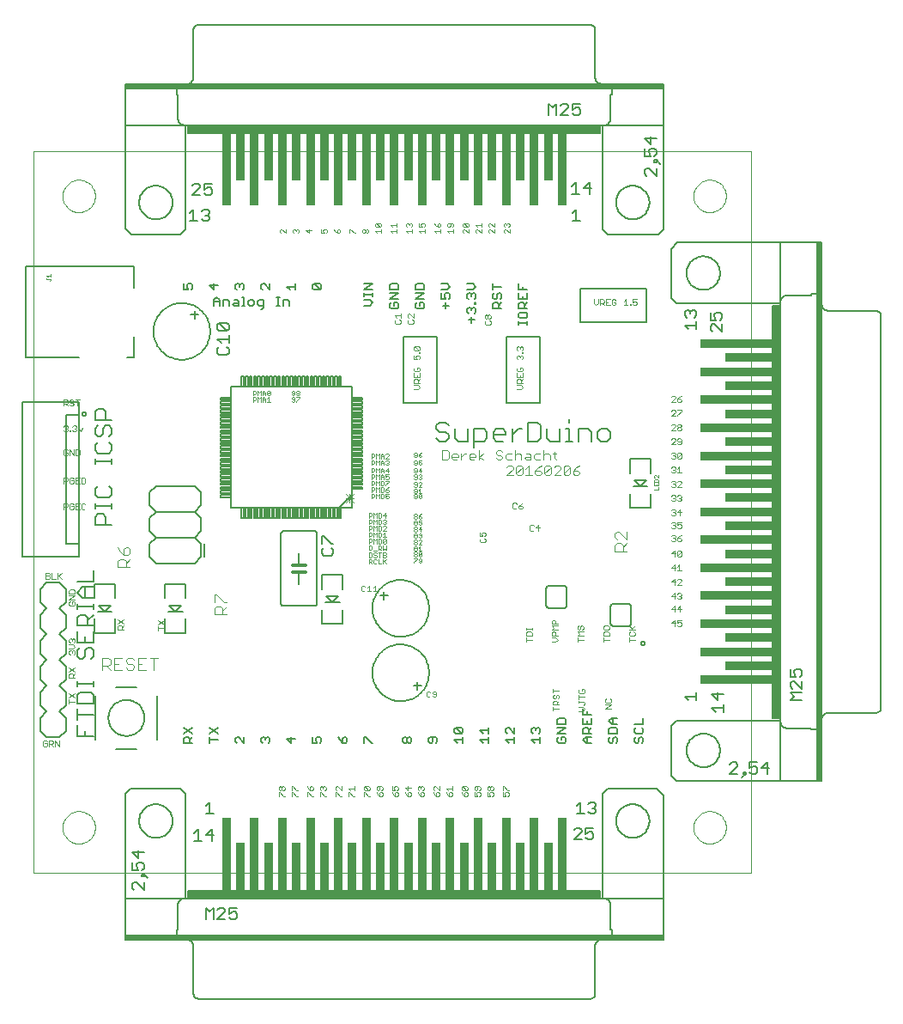
<source format=gto>
G75*
%MOIN*%
%OFA0B0*%
%FSLAX24Y24*%
%IPPOS*%
%LPD*%
%AMOC8*
5,1,8,0,0,1.08239X$1,22.5*
%
%ADD10C,0.0000*%
%ADD11C,0.0020*%
%ADD12C,0.0060*%
%ADD13C,0.0030*%
%ADD14C,0.0040*%
%ADD15C,0.0050*%
%ADD16R,2.0900X0.0200*%
%ADD17R,1.6000X0.0300*%
%ADD18R,0.0320X0.2850*%
%ADD19R,0.0320X0.1850*%
%ADD20R,0.0200X2.0900*%
%ADD21R,0.0300X1.6000*%
%ADD22R,0.2850X0.0320*%
%ADD23R,0.1850X0.0320*%
%ADD24C,0.0080*%
%ADD25C,0.0010*%
%ADD26C,0.0120*%
D10*
X002000Y005030D02*
X002000Y033026D01*
X029870Y033026D01*
X029870Y005030D01*
X002000Y005030D01*
X003120Y006780D02*
X003122Y006830D01*
X003128Y006880D01*
X003138Y006929D01*
X003152Y006977D01*
X003169Y007024D01*
X003190Y007069D01*
X003215Y007113D01*
X003243Y007154D01*
X003275Y007193D01*
X003309Y007230D01*
X003346Y007264D01*
X003386Y007294D01*
X003428Y007321D01*
X003472Y007345D01*
X003518Y007366D01*
X003565Y007382D01*
X003613Y007395D01*
X003663Y007404D01*
X003712Y007409D01*
X003763Y007410D01*
X003813Y007407D01*
X003862Y007400D01*
X003911Y007389D01*
X003959Y007374D01*
X004005Y007356D01*
X004050Y007334D01*
X004093Y007308D01*
X004134Y007279D01*
X004173Y007247D01*
X004209Y007212D01*
X004241Y007174D01*
X004271Y007134D01*
X004298Y007091D01*
X004321Y007047D01*
X004340Y007001D01*
X004356Y006953D01*
X004368Y006904D01*
X004376Y006855D01*
X004380Y006805D01*
X004380Y006755D01*
X004376Y006705D01*
X004368Y006656D01*
X004356Y006607D01*
X004340Y006559D01*
X004321Y006513D01*
X004298Y006469D01*
X004271Y006426D01*
X004241Y006386D01*
X004209Y006348D01*
X004173Y006313D01*
X004134Y006281D01*
X004093Y006252D01*
X004050Y006226D01*
X004005Y006204D01*
X003959Y006186D01*
X003911Y006171D01*
X003862Y006160D01*
X003813Y006153D01*
X003763Y006150D01*
X003712Y006151D01*
X003663Y006156D01*
X003613Y006165D01*
X003565Y006178D01*
X003518Y006194D01*
X003472Y006215D01*
X003428Y006239D01*
X003386Y006266D01*
X003346Y006296D01*
X003309Y006330D01*
X003275Y006367D01*
X003243Y006406D01*
X003215Y006447D01*
X003190Y006491D01*
X003169Y006536D01*
X003152Y006583D01*
X003138Y006631D01*
X003128Y006680D01*
X003122Y006730D01*
X003120Y006780D01*
X006090Y007030D02*
X006092Y007080D01*
X006098Y007130D01*
X006108Y007180D01*
X006121Y007228D01*
X006138Y007276D01*
X006159Y007322D01*
X006183Y007366D01*
X006211Y007408D01*
X006242Y007448D01*
X006276Y007485D01*
X006313Y007520D01*
X006352Y007551D01*
X006393Y007580D01*
X006437Y007605D01*
X006483Y007627D01*
X006530Y007645D01*
X006578Y007659D01*
X006627Y007670D01*
X006677Y007677D01*
X006727Y007680D01*
X006778Y007679D01*
X006828Y007674D01*
X006878Y007665D01*
X006926Y007653D01*
X006974Y007636D01*
X007020Y007616D01*
X007065Y007593D01*
X007108Y007566D01*
X007148Y007536D01*
X007186Y007503D01*
X007221Y007467D01*
X007254Y007428D01*
X007283Y007387D01*
X007309Y007344D01*
X007332Y007299D01*
X007351Y007252D01*
X007366Y007204D01*
X007378Y007155D01*
X007386Y007105D01*
X007390Y007055D01*
X007390Y007005D01*
X007386Y006955D01*
X007378Y006905D01*
X007366Y006856D01*
X007351Y006808D01*
X007332Y006761D01*
X007309Y006716D01*
X007283Y006673D01*
X007254Y006632D01*
X007221Y006593D01*
X007186Y006557D01*
X007148Y006524D01*
X007108Y006494D01*
X007065Y006467D01*
X007020Y006444D01*
X006974Y006424D01*
X006926Y006407D01*
X006878Y006395D01*
X006828Y006386D01*
X006778Y006381D01*
X006727Y006380D01*
X006677Y006383D01*
X006627Y006390D01*
X006578Y006401D01*
X006530Y006415D01*
X006483Y006433D01*
X006437Y006455D01*
X006393Y006480D01*
X006352Y006509D01*
X006313Y006540D01*
X006276Y006575D01*
X006242Y006612D01*
X006211Y006652D01*
X006183Y006694D01*
X006159Y006738D01*
X006138Y006784D01*
X006121Y006832D01*
X006108Y006880D01*
X006098Y006930D01*
X006092Y006980D01*
X006090Y007030D01*
X024610Y007030D02*
X024612Y007080D01*
X024618Y007130D01*
X024628Y007180D01*
X024641Y007228D01*
X024658Y007276D01*
X024679Y007322D01*
X024703Y007366D01*
X024731Y007408D01*
X024762Y007448D01*
X024796Y007485D01*
X024833Y007520D01*
X024872Y007551D01*
X024913Y007580D01*
X024957Y007605D01*
X025003Y007627D01*
X025050Y007645D01*
X025098Y007659D01*
X025147Y007670D01*
X025197Y007677D01*
X025247Y007680D01*
X025298Y007679D01*
X025348Y007674D01*
X025398Y007665D01*
X025446Y007653D01*
X025494Y007636D01*
X025540Y007616D01*
X025585Y007593D01*
X025628Y007566D01*
X025668Y007536D01*
X025706Y007503D01*
X025741Y007467D01*
X025774Y007428D01*
X025803Y007387D01*
X025829Y007344D01*
X025852Y007299D01*
X025871Y007252D01*
X025886Y007204D01*
X025898Y007155D01*
X025906Y007105D01*
X025910Y007055D01*
X025910Y007005D01*
X025906Y006955D01*
X025898Y006905D01*
X025886Y006856D01*
X025871Y006808D01*
X025852Y006761D01*
X025829Y006716D01*
X025803Y006673D01*
X025774Y006632D01*
X025741Y006593D01*
X025706Y006557D01*
X025668Y006524D01*
X025628Y006494D01*
X025585Y006467D01*
X025540Y006444D01*
X025494Y006424D01*
X025446Y006407D01*
X025398Y006395D01*
X025348Y006386D01*
X025298Y006381D01*
X025247Y006380D01*
X025197Y006383D01*
X025147Y006390D01*
X025098Y006401D01*
X025050Y006415D01*
X025003Y006433D01*
X024957Y006455D01*
X024913Y006480D01*
X024872Y006509D01*
X024833Y006540D01*
X024796Y006575D01*
X024762Y006612D01*
X024731Y006652D01*
X024703Y006694D01*
X024679Y006738D01*
X024658Y006784D01*
X024641Y006832D01*
X024628Y006880D01*
X024618Y006930D01*
X024612Y006980D01*
X024610Y007030D01*
X027350Y009770D02*
X027352Y009820D01*
X027358Y009870D01*
X027368Y009920D01*
X027381Y009968D01*
X027398Y010016D01*
X027419Y010062D01*
X027443Y010106D01*
X027471Y010148D01*
X027502Y010188D01*
X027536Y010225D01*
X027573Y010260D01*
X027612Y010291D01*
X027653Y010320D01*
X027697Y010345D01*
X027743Y010367D01*
X027790Y010385D01*
X027838Y010399D01*
X027887Y010410D01*
X027937Y010417D01*
X027987Y010420D01*
X028038Y010419D01*
X028088Y010414D01*
X028138Y010405D01*
X028186Y010393D01*
X028234Y010376D01*
X028280Y010356D01*
X028325Y010333D01*
X028368Y010306D01*
X028408Y010276D01*
X028446Y010243D01*
X028481Y010207D01*
X028514Y010168D01*
X028543Y010127D01*
X028569Y010084D01*
X028592Y010039D01*
X028611Y009992D01*
X028626Y009944D01*
X028638Y009895D01*
X028646Y009845D01*
X028650Y009795D01*
X028650Y009745D01*
X028646Y009695D01*
X028638Y009645D01*
X028626Y009596D01*
X028611Y009548D01*
X028592Y009501D01*
X028569Y009456D01*
X028543Y009413D01*
X028514Y009372D01*
X028481Y009333D01*
X028446Y009297D01*
X028408Y009264D01*
X028368Y009234D01*
X028325Y009207D01*
X028280Y009184D01*
X028234Y009164D01*
X028186Y009147D01*
X028138Y009135D01*
X028088Y009126D01*
X028038Y009121D01*
X027987Y009120D01*
X027937Y009123D01*
X027887Y009130D01*
X027838Y009141D01*
X027790Y009155D01*
X027743Y009173D01*
X027697Y009195D01*
X027653Y009220D01*
X027612Y009249D01*
X027573Y009280D01*
X027536Y009315D01*
X027502Y009352D01*
X027471Y009392D01*
X027443Y009434D01*
X027419Y009478D01*
X027398Y009524D01*
X027381Y009572D01*
X027368Y009620D01*
X027358Y009670D01*
X027352Y009720D01*
X027350Y009770D01*
X027620Y006780D02*
X027622Y006830D01*
X027628Y006880D01*
X027638Y006929D01*
X027652Y006977D01*
X027669Y007024D01*
X027690Y007069D01*
X027715Y007113D01*
X027743Y007154D01*
X027775Y007193D01*
X027809Y007230D01*
X027846Y007264D01*
X027886Y007294D01*
X027928Y007321D01*
X027972Y007345D01*
X028018Y007366D01*
X028065Y007382D01*
X028113Y007395D01*
X028163Y007404D01*
X028212Y007409D01*
X028263Y007410D01*
X028313Y007407D01*
X028362Y007400D01*
X028411Y007389D01*
X028459Y007374D01*
X028505Y007356D01*
X028550Y007334D01*
X028593Y007308D01*
X028634Y007279D01*
X028673Y007247D01*
X028709Y007212D01*
X028741Y007174D01*
X028771Y007134D01*
X028798Y007091D01*
X028821Y007047D01*
X028840Y007001D01*
X028856Y006953D01*
X028868Y006904D01*
X028876Y006855D01*
X028880Y006805D01*
X028880Y006755D01*
X028876Y006705D01*
X028868Y006656D01*
X028856Y006607D01*
X028840Y006559D01*
X028821Y006513D01*
X028798Y006469D01*
X028771Y006426D01*
X028741Y006386D01*
X028709Y006348D01*
X028673Y006313D01*
X028634Y006281D01*
X028593Y006252D01*
X028550Y006226D01*
X028505Y006204D01*
X028459Y006186D01*
X028411Y006171D01*
X028362Y006160D01*
X028313Y006153D01*
X028263Y006150D01*
X028212Y006151D01*
X028163Y006156D01*
X028113Y006165D01*
X028065Y006178D01*
X028018Y006194D01*
X027972Y006215D01*
X027928Y006239D01*
X027886Y006266D01*
X027846Y006296D01*
X027809Y006330D01*
X027775Y006367D01*
X027743Y006406D01*
X027715Y006447D01*
X027690Y006491D01*
X027669Y006536D01*
X027652Y006583D01*
X027638Y006631D01*
X027628Y006680D01*
X027622Y006730D01*
X027620Y006780D01*
X027350Y028290D02*
X027352Y028340D01*
X027358Y028390D01*
X027368Y028440D01*
X027381Y028488D01*
X027398Y028536D01*
X027419Y028582D01*
X027443Y028626D01*
X027471Y028668D01*
X027502Y028708D01*
X027536Y028745D01*
X027573Y028780D01*
X027612Y028811D01*
X027653Y028840D01*
X027697Y028865D01*
X027743Y028887D01*
X027790Y028905D01*
X027838Y028919D01*
X027887Y028930D01*
X027937Y028937D01*
X027987Y028940D01*
X028038Y028939D01*
X028088Y028934D01*
X028138Y028925D01*
X028186Y028913D01*
X028234Y028896D01*
X028280Y028876D01*
X028325Y028853D01*
X028368Y028826D01*
X028408Y028796D01*
X028446Y028763D01*
X028481Y028727D01*
X028514Y028688D01*
X028543Y028647D01*
X028569Y028604D01*
X028592Y028559D01*
X028611Y028512D01*
X028626Y028464D01*
X028638Y028415D01*
X028646Y028365D01*
X028650Y028315D01*
X028650Y028265D01*
X028646Y028215D01*
X028638Y028165D01*
X028626Y028116D01*
X028611Y028068D01*
X028592Y028021D01*
X028569Y027976D01*
X028543Y027933D01*
X028514Y027892D01*
X028481Y027853D01*
X028446Y027817D01*
X028408Y027784D01*
X028368Y027754D01*
X028325Y027727D01*
X028280Y027704D01*
X028234Y027684D01*
X028186Y027667D01*
X028138Y027655D01*
X028088Y027646D01*
X028038Y027641D01*
X027987Y027640D01*
X027937Y027643D01*
X027887Y027650D01*
X027838Y027661D01*
X027790Y027675D01*
X027743Y027693D01*
X027697Y027715D01*
X027653Y027740D01*
X027612Y027769D01*
X027573Y027800D01*
X027536Y027835D01*
X027502Y027872D01*
X027471Y027912D01*
X027443Y027954D01*
X027419Y027998D01*
X027398Y028044D01*
X027381Y028092D01*
X027368Y028140D01*
X027358Y028190D01*
X027352Y028240D01*
X027350Y028290D01*
X024610Y031030D02*
X024612Y031080D01*
X024618Y031130D01*
X024628Y031180D01*
X024641Y031228D01*
X024658Y031276D01*
X024679Y031322D01*
X024703Y031366D01*
X024731Y031408D01*
X024762Y031448D01*
X024796Y031485D01*
X024833Y031520D01*
X024872Y031551D01*
X024913Y031580D01*
X024957Y031605D01*
X025003Y031627D01*
X025050Y031645D01*
X025098Y031659D01*
X025147Y031670D01*
X025197Y031677D01*
X025247Y031680D01*
X025298Y031679D01*
X025348Y031674D01*
X025398Y031665D01*
X025446Y031653D01*
X025494Y031636D01*
X025540Y031616D01*
X025585Y031593D01*
X025628Y031566D01*
X025668Y031536D01*
X025706Y031503D01*
X025741Y031467D01*
X025774Y031428D01*
X025803Y031387D01*
X025829Y031344D01*
X025852Y031299D01*
X025871Y031252D01*
X025886Y031204D01*
X025898Y031155D01*
X025906Y031105D01*
X025910Y031055D01*
X025910Y031005D01*
X025906Y030955D01*
X025898Y030905D01*
X025886Y030856D01*
X025871Y030808D01*
X025852Y030761D01*
X025829Y030716D01*
X025803Y030673D01*
X025774Y030632D01*
X025741Y030593D01*
X025706Y030557D01*
X025668Y030524D01*
X025628Y030494D01*
X025585Y030467D01*
X025540Y030444D01*
X025494Y030424D01*
X025446Y030407D01*
X025398Y030395D01*
X025348Y030386D01*
X025298Y030381D01*
X025247Y030380D01*
X025197Y030383D01*
X025147Y030390D01*
X025098Y030401D01*
X025050Y030415D01*
X025003Y030433D01*
X024957Y030455D01*
X024913Y030480D01*
X024872Y030509D01*
X024833Y030540D01*
X024796Y030575D01*
X024762Y030612D01*
X024731Y030652D01*
X024703Y030694D01*
X024679Y030738D01*
X024658Y030784D01*
X024641Y030832D01*
X024628Y030880D01*
X024618Y030930D01*
X024612Y030980D01*
X024610Y031030D01*
X027620Y031280D02*
X027622Y031330D01*
X027628Y031380D01*
X027638Y031429D01*
X027652Y031477D01*
X027669Y031524D01*
X027690Y031569D01*
X027715Y031613D01*
X027743Y031654D01*
X027775Y031693D01*
X027809Y031730D01*
X027846Y031764D01*
X027886Y031794D01*
X027928Y031821D01*
X027972Y031845D01*
X028018Y031866D01*
X028065Y031882D01*
X028113Y031895D01*
X028163Y031904D01*
X028212Y031909D01*
X028263Y031910D01*
X028313Y031907D01*
X028362Y031900D01*
X028411Y031889D01*
X028459Y031874D01*
X028505Y031856D01*
X028550Y031834D01*
X028593Y031808D01*
X028634Y031779D01*
X028673Y031747D01*
X028709Y031712D01*
X028741Y031674D01*
X028771Y031634D01*
X028798Y031591D01*
X028821Y031547D01*
X028840Y031501D01*
X028856Y031453D01*
X028868Y031404D01*
X028876Y031355D01*
X028880Y031305D01*
X028880Y031255D01*
X028876Y031205D01*
X028868Y031156D01*
X028856Y031107D01*
X028840Y031059D01*
X028821Y031013D01*
X028798Y030969D01*
X028771Y030926D01*
X028741Y030886D01*
X028709Y030848D01*
X028673Y030813D01*
X028634Y030781D01*
X028593Y030752D01*
X028550Y030726D01*
X028505Y030704D01*
X028459Y030686D01*
X028411Y030671D01*
X028362Y030660D01*
X028313Y030653D01*
X028263Y030650D01*
X028212Y030651D01*
X028163Y030656D01*
X028113Y030665D01*
X028065Y030678D01*
X028018Y030694D01*
X027972Y030715D01*
X027928Y030739D01*
X027886Y030766D01*
X027846Y030796D01*
X027809Y030830D01*
X027775Y030867D01*
X027743Y030906D01*
X027715Y030947D01*
X027690Y030991D01*
X027669Y031036D01*
X027652Y031083D01*
X027638Y031131D01*
X027628Y031180D01*
X027622Y031230D01*
X027620Y031280D01*
X006090Y031030D02*
X006092Y031080D01*
X006098Y031130D01*
X006108Y031180D01*
X006121Y031228D01*
X006138Y031276D01*
X006159Y031322D01*
X006183Y031366D01*
X006211Y031408D01*
X006242Y031448D01*
X006276Y031485D01*
X006313Y031520D01*
X006352Y031551D01*
X006393Y031580D01*
X006437Y031605D01*
X006483Y031627D01*
X006530Y031645D01*
X006578Y031659D01*
X006627Y031670D01*
X006677Y031677D01*
X006727Y031680D01*
X006778Y031679D01*
X006828Y031674D01*
X006878Y031665D01*
X006926Y031653D01*
X006974Y031636D01*
X007020Y031616D01*
X007065Y031593D01*
X007108Y031566D01*
X007148Y031536D01*
X007186Y031503D01*
X007221Y031467D01*
X007254Y031428D01*
X007283Y031387D01*
X007309Y031344D01*
X007332Y031299D01*
X007351Y031252D01*
X007366Y031204D01*
X007378Y031155D01*
X007386Y031105D01*
X007390Y031055D01*
X007390Y031005D01*
X007386Y030955D01*
X007378Y030905D01*
X007366Y030856D01*
X007351Y030808D01*
X007332Y030761D01*
X007309Y030716D01*
X007283Y030673D01*
X007254Y030632D01*
X007221Y030593D01*
X007186Y030557D01*
X007148Y030524D01*
X007108Y030494D01*
X007065Y030467D01*
X007020Y030444D01*
X006974Y030424D01*
X006926Y030407D01*
X006878Y030395D01*
X006828Y030386D01*
X006778Y030381D01*
X006727Y030380D01*
X006677Y030383D01*
X006627Y030390D01*
X006578Y030401D01*
X006530Y030415D01*
X006483Y030433D01*
X006437Y030455D01*
X006393Y030480D01*
X006352Y030509D01*
X006313Y030540D01*
X006276Y030575D01*
X006242Y030612D01*
X006211Y030652D01*
X006183Y030694D01*
X006159Y030738D01*
X006138Y030784D01*
X006121Y030832D01*
X006108Y030880D01*
X006098Y030930D01*
X006092Y030980D01*
X006090Y031030D01*
X003120Y031280D02*
X003122Y031330D01*
X003128Y031380D01*
X003138Y031429D01*
X003152Y031477D01*
X003169Y031524D01*
X003190Y031569D01*
X003215Y031613D01*
X003243Y031654D01*
X003275Y031693D01*
X003309Y031730D01*
X003346Y031764D01*
X003386Y031794D01*
X003428Y031821D01*
X003472Y031845D01*
X003518Y031866D01*
X003565Y031882D01*
X003613Y031895D01*
X003663Y031904D01*
X003712Y031909D01*
X003763Y031910D01*
X003813Y031907D01*
X003862Y031900D01*
X003911Y031889D01*
X003959Y031874D01*
X004005Y031856D01*
X004050Y031834D01*
X004093Y031808D01*
X004134Y031779D01*
X004173Y031747D01*
X004209Y031712D01*
X004241Y031674D01*
X004271Y031634D01*
X004298Y031591D01*
X004321Y031547D01*
X004340Y031501D01*
X004356Y031453D01*
X004368Y031404D01*
X004376Y031355D01*
X004380Y031305D01*
X004380Y031255D01*
X004376Y031205D01*
X004368Y031156D01*
X004356Y031107D01*
X004340Y031059D01*
X004321Y031013D01*
X004298Y030969D01*
X004271Y030926D01*
X004241Y030886D01*
X004209Y030848D01*
X004173Y030813D01*
X004134Y030781D01*
X004093Y030752D01*
X004050Y030726D01*
X004005Y030704D01*
X003959Y030686D01*
X003911Y030671D01*
X003862Y030660D01*
X003813Y030653D01*
X003763Y030650D01*
X003712Y030651D01*
X003663Y030656D01*
X003613Y030665D01*
X003565Y030678D01*
X003518Y030694D01*
X003472Y030715D01*
X003428Y030739D01*
X003386Y030766D01*
X003346Y030796D01*
X003309Y030830D01*
X003275Y030867D01*
X003243Y030906D01*
X003215Y030947D01*
X003190Y030991D01*
X003169Y031036D01*
X003152Y031083D01*
X003138Y031131D01*
X003128Y031180D01*
X003122Y031230D01*
X003120Y031280D01*
D11*
X003160Y023370D02*
X003275Y023370D01*
X003313Y023332D01*
X003313Y023255D01*
X003275Y023217D01*
X003160Y023217D01*
X003237Y023217D02*
X003313Y023140D01*
X003390Y023178D02*
X003429Y023140D01*
X003505Y023140D01*
X003544Y023178D01*
X003544Y023217D01*
X003505Y023255D01*
X003429Y023255D01*
X003390Y023293D01*
X003390Y023332D01*
X003429Y023370D01*
X003505Y023370D01*
X003544Y023332D01*
X003620Y023370D02*
X003774Y023370D01*
X003697Y023370D02*
X003697Y023140D01*
X003160Y023140D02*
X003160Y023370D01*
X003198Y022370D02*
X003275Y022370D01*
X003313Y022332D01*
X003313Y022293D01*
X003275Y022255D01*
X003313Y022217D01*
X003313Y022178D01*
X003275Y022140D01*
X003198Y022140D01*
X003160Y022178D01*
X003237Y022255D02*
X003275Y022255D01*
X003160Y022332D02*
X003198Y022370D01*
X003390Y022178D02*
X003429Y022178D01*
X003429Y022140D01*
X003390Y022140D01*
X003390Y022178D01*
X003505Y022178D02*
X003544Y022140D01*
X003620Y022140D01*
X003659Y022178D01*
X003659Y022217D01*
X003620Y022255D01*
X003582Y022255D01*
X003620Y022255D02*
X003659Y022293D01*
X003659Y022332D01*
X003620Y022370D01*
X003544Y022370D01*
X003505Y022332D01*
X003735Y022293D02*
X003812Y022140D01*
X003889Y022293D01*
X003735Y021445D02*
X003620Y021445D01*
X003620Y021215D01*
X003735Y021215D01*
X003774Y021253D01*
X003774Y021407D01*
X003735Y021445D01*
X003544Y021445D02*
X003544Y021215D01*
X003390Y021445D01*
X003390Y021215D01*
X003313Y021253D02*
X003313Y021330D01*
X003237Y021330D01*
X003313Y021253D02*
X003275Y021215D01*
X003198Y021215D01*
X003160Y021253D01*
X003160Y021407D01*
X003198Y021445D01*
X003275Y021445D01*
X003313Y021407D01*
X003275Y020358D02*
X003160Y020358D01*
X003160Y020128D01*
X003160Y020204D02*
X003275Y020204D01*
X003313Y020243D01*
X003313Y020319D01*
X003275Y020358D01*
X003390Y020319D02*
X003390Y020166D01*
X003429Y020128D01*
X003505Y020128D01*
X003544Y020166D01*
X003544Y020243D01*
X003467Y020243D01*
X003544Y020319D02*
X003505Y020358D01*
X003429Y020358D01*
X003390Y020319D01*
X003620Y020358D02*
X003620Y020128D01*
X003774Y020128D01*
X003851Y020128D02*
X003966Y020128D01*
X004004Y020166D01*
X004004Y020319D01*
X003966Y020358D01*
X003851Y020358D01*
X003851Y020128D01*
X003697Y020243D02*
X003620Y020243D01*
X003620Y020358D02*
X003774Y020358D01*
X003774Y019358D02*
X003620Y019358D01*
X003620Y019128D01*
X003774Y019128D01*
X003851Y019166D02*
X003889Y019128D01*
X003966Y019128D01*
X004004Y019166D01*
X004004Y019319D02*
X003966Y019358D01*
X003889Y019358D01*
X003851Y019319D01*
X003851Y019166D01*
X003697Y019243D02*
X003620Y019243D01*
X003544Y019243D02*
X003467Y019243D01*
X003544Y019243D02*
X003544Y019166D01*
X003505Y019128D01*
X003429Y019128D01*
X003390Y019166D01*
X003390Y019319D01*
X003429Y019358D01*
X003505Y019358D01*
X003544Y019319D01*
X003313Y019319D02*
X003313Y019243D01*
X003275Y019204D01*
X003160Y019204D01*
X003160Y019128D02*
X003160Y019358D01*
X003275Y019358D01*
X003313Y019319D01*
X003074Y016658D02*
X002920Y016504D01*
X002959Y016543D02*
X003074Y016428D01*
X002920Y016428D02*
X002920Y016658D01*
X002690Y016658D02*
X002690Y016428D01*
X002844Y016428D01*
X002613Y016466D02*
X002575Y016428D01*
X002460Y016428D01*
X002460Y016658D01*
X002575Y016658D01*
X002613Y016619D01*
X002613Y016581D01*
X002575Y016543D01*
X002460Y016543D01*
X002575Y016543D02*
X002613Y016504D01*
X002613Y016466D01*
X003372Y015965D02*
X003372Y015850D01*
X003603Y015850D01*
X003603Y015965D01*
X003564Y016004D01*
X003411Y016004D01*
X003372Y015965D01*
X003372Y015774D02*
X003603Y015774D01*
X003372Y015620D01*
X003603Y015620D01*
X003564Y015543D02*
X003487Y015543D01*
X003487Y015467D01*
X003411Y015543D02*
X003372Y015505D01*
X003372Y015428D01*
X003411Y015390D01*
X003564Y015390D01*
X003603Y015428D01*
X003603Y015505D01*
X003564Y015543D01*
X003564Y014104D02*
X003603Y014065D01*
X003603Y013989D01*
X003564Y013950D01*
X003526Y013874D02*
X003372Y013874D01*
X003411Y013950D02*
X003372Y013989D01*
X003372Y014065D01*
X003411Y014104D01*
X003449Y014104D01*
X003487Y014065D01*
X003526Y014104D01*
X003564Y014104D01*
X003487Y014065D02*
X003487Y014027D01*
X003526Y013874D02*
X003603Y013797D01*
X003526Y013720D01*
X003372Y013720D01*
X003411Y013643D02*
X003449Y013643D01*
X003487Y013605D01*
X003526Y013643D01*
X003564Y013643D01*
X003603Y013605D01*
X003603Y013528D01*
X003564Y013490D01*
X003487Y013567D02*
X003487Y013605D01*
X003411Y013643D02*
X003372Y013605D01*
X003372Y013528D01*
X003411Y013490D01*
X003372Y012974D02*
X003603Y012820D01*
X003603Y012743D02*
X003526Y012667D01*
X003526Y012705D02*
X003526Y012590D01*
X003603Y012590D02*
X003372Y012590D01*
X003372Y012705D01*
X003411Y012743D01*
X003487Y012743D01*
X003526Y012705D01*
X003372Y012820D02*
X003603Y012974D01*
X003603Y011974D02*
X003372Y011820D01*
X003372Y011743D02*
X003372Y011590D01*
X003372Y011667D02*
X003603Y011667D01*
X003603Y011820D02*
X003372Y011974D01*
X002974Y010158D02*
X002974Y009928D01*
X002820Y010158D01*
X002820Y009928D01*
X002744Y009928D02*
X002667Y010004D01*
X002705Y010004D02*
X002590Y010004D01*
X002590Y009928D02*
X002590Y010158D01*
X002705Y010158D01*
X002744Y010119D01*
X002744Y010043D01*
X002705Y010004D01*
X002513Y009966D02*
X002513Y010043D01*
X002437Y010043D01*
X002513Y010119D02*
X002475Y010158D01*
X002398Y010158D01*
X002360Y010119D01*
X002360Y009966D01*
X002398Y009928D01*
X002475Y009928D01*
X002513Y009966D01*
X005260Y014455D02*
X005260Y014570D01*
X005298Y014608D01*
X005375Y014608D01*
X005413Y014570D01*
X005413Y014455D01*
X005413Y014531D02*
X005490Y014608D01*
X005490Y014685D02*
X005260Y014838D01*
X005260Y014685D02*
X005490Y014838D01*
X005490Y014455D02*
X005260Y014455D01*
X006810Y014430D02*
X006810Y014583D01*
X006810Y014506D02*
X007040Y014506D01*
X007040Y014660D02*
X006810Y014813D01*
X006810Y014660D02*
X007040Y014813D01*
X011548Y008374D02*
X011587Y008374D01*
X011625Y008335D01*
X011625Y008259D01*
X011587Y008220D01*
X011548Y008220D01*
X011510Y008259D01*
X011510Y008335D01*
X011548Y008374D01*
X011625Y008335D02*
X011663Y008374D01*
X011702Y008374D01*
X011740Y008335D01*
X011740Y008259D01*
X011702Y008220D01*
X011663Y008220D01*
X011625Y008259D01*
X011548Y008143D02*
X011702Y007990D01*
X011740Y007990D01*
X011510Y007990D02*
X011510Y008143D01*
X011548Y008143D01*
X012010Y008143D02*
X012010Y007990D01*
X012010Y008143D02*
X012048Y008143D01*
X012202Y007990D01*
X012240Y007990D01*
X012240Y008220D02*
X012202Y008220D01*
X012048Y008374D01*
X012010Y008374D01*
X012010Y008220D01*
X012610Y008143D02*
X012610Y007990D01*
X012610Y008143D02*
X012648Y008143D01*
X012802Y007990D01*
X012840Y007990D01*
X012802Y008220D02*
X012840Y008259D01*
X012840Y008335D01*
X012802Y008374D01*
X012763Y008374D01*
X012725Y008335D01*
X012725Y008220D01*
X012802Y008220D01*
X012725Y008220D02*
X012648Y008297D01*
X012610Y008374D01*
X013110Y008335D02*
X013148Y008374D01*
X013187Y008374D01*
X013225Y008335D01*
X013263Y008374D01*
X013302Y008374D01*
X013340Y008335D01*
X013340Y008259D01*
X013302Y008220D01*
X013225Y008297D02*
X013225Y008335D01*
X013110Y008335D02*
X013110Y008259D01*
X013148Y008220D01*
X013148Y008143D02*
X013302Y007990D01*
X013340Y007990D01*
X013110Y007990D02*
X013110Y008143D01*
X013148Y008143D01*
X013710Y008143D02*
X013710Y007990D01*
X013710Y008143D02*
X013748Y008143D01*
X013902Y007990D01*
X013940Y007990D01*
X013940Y008220D02*
X013787Y008374D01*
X013748Y008374D01*
X013710Y008335D01*
X013710Y008259D01*
X013748Y008220D01*
X013940Y008220D02*
X013940Y008374D01*
X014210Y008297D02*
X014440Y008297D01*
X014440Y008220D02*
X014440Y008374D01*
X014287Y008220D02*
X014210Y008297D01*
X014210Y008143D02*
X014248Y008143D01*
X014402Y007990D01*
X014440Y007990D01*
X014210Y007990D02*
X014210Y008143D01*
X014810Y008143D02*
X014810Y007990D01*
X014810Y008143D02*
X014848Y008143D01*
X015002Y007990D01*
X015040Y007990D01*
X015002Y008220D02*
X014848Y008374D01*
X015002Y008374D01*
X015040Y008335D01*
X015040Y008259D01*
X015002Y008220D01*
X014848Y008220D01*
X014810Y008259D01*
X014810Y008335D01*
X014848Y008374D01*
X015310Y008335D02*
X015310Y008259D01*
X015348Y008220D01*
X015387Y008220D01*
X015425Y008259D01*
X015425Y008374D01*
X015502Y008374D02*
X015348Y008374D01*
X015310Y008335D01*
X015310Y008143D02*
X015348Y008067D01*
X015425Y007990D01*
X015425Y008105D01*
X015463Y008143D01*
X015502Y008143D01*
X015540Y008105D01*
X015540Y008028D01*
X015502Y007990D01*
X015425Y007990D01*
X015502Y008220D02*
X015540Y008259D01*
X015540Y008335D01*
X015502Y008374D01*
X015910Y008374D02*
X015910Y008220D01*
X016025Y008220D01*
X015987Y008297D01*
X015987Y008335D01*
X016025Y008374D01*
X016102Y008374D01*
X016140Y008335D01*
X016140Y008259D01*
X016102Y008220D01*
X016102Y008143D02*
X016063Y008143D01*
X016025Y008105D01*
X016025Y007990D01*
X016102Y007990D01*
X016140Y008028D01*
X016140Y008105D01*
X016102Y008143D01*
X015948Y008067D02*
X016025Y007990D01*
X015948Y008067D02*
X015910Y008143D01*
X016410Y008143D02*
X016448Y008067D01*
X016525Y007990D01*
X016525Y008105D01*
X016563Y008143D01*
X016602Y008143D01*
X016640Y008105D01*
X016640Y008028D01*
X016602Y007990D01*
X016525Y007990D01*
X016525Y008220D02*
X016410Y008335D01*
X016640Y008335D01*
X016525Y008374D02*
X016525Y008220D01*
X016910Y008259D02*
X016910Y008335D01*
X016948Y008374D01*
X016987Y008374D01*
X017025Y008335D01*
X017063Y008374D01*
X017102Y008374D01*
X017140Y008335D01*
X017140Y008259D01*
X017102Y008220D01*
X017102Y008143D02*
X017063Y008143D01*
X017025Y008105D01*
X017025Y007990D01*
X017102Y007990D01*
X017140Y008028D01*
X017140Y008105D01*
X017102Y008143D01*
X016948Y008067D02*
X017025Y007990D01*
X016948Y008067D02*
X016910Y008143D01*
X016948Y008220D02*
X016910Y008259D01*
X017025Y008297D02*
X017025Y008335D01*
X017510Y008335D02*
X017510Y008259D01*
X017548Y008220D01*
X017510Y008143D02*
X017548Y008067D01*
X017625Y007990D01*
X017625Y008105D01*
X017663Y008143D01*
X017702Y008143D01*
X017740Y008105D01*
X017740Y008028D01*
X017702Y007990D01*
X017625Y007990D01*
X017740Y008220D02*
X017587Y008374D01*
X017548Y008374D01*
X017510Y008335D01*
X017740Y008374D02*
X017740Y008220D01*
X018010Y008143D02*
X018048Y008067D01*
X018125Y007990D01*
X018125Y008105D01*
X018163Y008143D01*
X018202Y008143D01*
X018240Y008105D01*
X018240Y008028D01*
X018202Y007990D01*
X018125Y007990D01*
X018087Y008220D02*
X018010Y008297D01*
X018240Y008297D01*
X018240Y008220D02*
X018240Y008374D01*
X018610Y008335D02*
X018648Y008374D01*
X018802Y008220D01*
X018840Y008259D01*
X018840Y008335D01*
X018802Y008374D01*
X018648Y008374D01*
X018610Y008335D02*
X018610Y008259D01*
X018648Y008220D01*
X018802Y008220D01*
X018802Y008143D02*
X018763Y008143D01*
X018725Y008105D01*
X018725Y007990D01*
X018802Y007990D01*
X018840Y008028D01*
X018840Y008105D01*
X018802Y008143D01*
X018648Y008067D02*
X018725Y007990D01*
X018648Y008067D02*
X018610Y008143D01*
X019110Y008143D02*
X019110Y007990D01*
X019225Y007990D01*
X019187Y008067D01*
X019187Y008105D01*
X019225Y008143D01*
X019302Y008143D01*
X019340Y008105D01*
X019340Y008028D01*
X019302Y007990D01*
X019302Y008220D02*
X019340Y008259D01*
X019340Y008335D01*
X019302Y008374D01*
X019148Y008374D01*
X019110Y008335D01*
X019110Y008259D01*
X019148Y008220D01*
X019187Y008220D01*
X019225Y008259D01*
X019225Y008374D01*
X019610Y008335D02*
X019648Y008374D01*
X019687Y008374D01*
X019725Y008335D01*
X019725Y008259D01*
X019687Y008220D01*
X019648Y008220D01*
X019610Y008259D01*
X019610Y008335D01*
X019725Y008335D02*
X019763Y008374D01*
X019802Y008374D01*
X019840Y008335D01*
X019840Y008259D01*
X019802Y008220D01*
X019763Y008220D01*
X019725Y008259D01*
X019725Y008143D02*
X019802Y008143D01*
X019840Y008105D01*
X019840Y008028D01*
X019802Y007990D01*
X019725Y007990D02*
X019687Y008067D01*
X019687Y008105D01*
X019725Y008143D01*
X019610Y008143D02*
X019610Y007990D01*
X019725Y007990D01*
X020210Y007990D02*
X020210Y008143D01*
X020210Y008220D02*
X020210Y008374D01*
X020248Y008374D01*
X020402Y008220D01*
X020440Y008220D01*
X020402Y008143D02*
X020440Y008105D01*
X020440Y008028D01*
X020402Y007990D01*
X020325Y007990D02*
X020287Y008067D01*
X020287Y008105D01*
X020325Y008143D01*
X020402Y008143D01*
X020325Y007990D02*
X020210Y007990D01*
X022172Y011315D02*
X022172Y011468D01*
X022172Y011392D02*
X022403Y011392D01*
X022403Y011545D02*
X022172Y011545D01*
X022172Y011660D01*
X022211Y011699D01*
X022287Y011699D01*
X022326Y011660D01*
X022326Y011545D01*
X022326Y011622D02*
X022403Y011699D01*
X022364Y011775D02*
X022403Y011814D01*
X022403Y011890D01*
X022364Y011929D01*
X022326Y011929D01*
X022287Y011890D01*
X022287Y011814D01*
X022249Y011775D01*
X022211Y011775D01*
X022172Y011814D01*
X022172Y011890D01*
X022211Y011929D01*
X022172Y012006D02*
X022172Y012159D01*
X022172Y012082D02*
X022403Y012082D01*
X023160Y012108D02*
X023160Y012031D01*
X023198Y011993D01*
X023352Y011993D01*
X023390Y012031D01*
X023390Y012108D01*
X023352Y012147D01*
X023275Y012147D01*
X023275Y012070D01*
X023198Y012147D02*
X023160Y012108D01*
X023160Y011916D02*
X023160Y011763D01*
X023160Y011840D02*
X023390Y011840D01*
X023352Y011648D02*
X023160Y011648D01*
X023160Y011686D02*
X023160Y011609D01*
X023160Y011456D02*
X023313Y011456D01*
X023390Y011379D01*
X023313Y011303D01*
X023160Y011303D01*
X023352Y011533D02*
X023390Y011571D01*
X023390Y011609D01*
X023352Y011648D01*
X024197Y011659D02*
X024236Y011620D01*
X024389Y011620D01*
X024428Y011659D01*
X024428Y011735D01*
X024389Y011774D01*
X024236Y011774D02*
X024197Y011735D01*
X024197Y011659D01*
X024197Y011543D02*
X024428Y011543D01*
X024197Y011390D01*
X024428Y011390D01*
X024110Y013990D02*
X024110Y014143D01*
X024110Y014067D02*
X024340Y014067D01*
X024340Y014220D02*
X024110Y014220D01*
X024110Y014335D01*
X024148Y014374D01*
X024302Y014374D01*
X024340Y014335D01*
X024340Y014220D01*
X024302Y014450D02*
X024340Y014489D01*
X024340Y014565D01*
X024302Y014604D01*
X024148Y014604D01*
X024110Y014565D01*
X024110Y014489D01*
X024148Y014450D01*
X024302Y014450D01*
X023340Y014489D02*
X023302Y014450D01*
X023340Y014489D02*
X023340Y014565D01*
X023302Y014604D01*
X023263Y014604D01*
X023225Y014565D01*
X023225Y014489D01*
X023187Y014450D01*
X023148Y014450D01*
X023110Y014489D01*
X023110Y014565D01*
X023148Y014604D01*
X023110Y014374D02*
X023340Y014374D01*
X023340Y014220D02*
X023110Y014220D01*
X023187Y014297D01*
X023110Y014374D01*
X023110Y014143D02*
X023110Y013990D01*
X023110Y014067D02*
X023340Y014067D01*
X022340Y014067D02*
X022263Y014143D01*
X022110Y014143D01*
X022110Y014220D02*
X022110Y014335D01*
X022148Y014374D01*
X022225Y014374D01*
X022263Y014335D01*
X022263Y014220D01*
X022340Y014220D02*
X022110Y014220D01*
X022110Y013990D02*
X022263Y013990D01*
X022340Y014067D01*
X022340Y014450D02*
X022110Y014450D01*
X022187Y014527D01*
X022110Y014604D01*
X022340Y014604D01*
X022340Y014681D02*
X022110Y014681D01*
X022110Y014796D01*
X022148Y014834D01*
X022225Y014834D01*
X022263Y014796D01*
X022263Y014681D01*
X021340Y014527D02*
X021340Y014450D01*
X021340Y014489D02*
X021110Y014489D01*
X021110Y014527D02*
X021110Y014450D01*
X021148Y014374D02*
X021110Y014335D01*
X021110Y014220D01*
X021340Y014220D01*
X021340Y014335D01*
X021302Y014374D01*
X021148Y014374D01*
X021110Y014143D02*
X021110Y013990D01*
X021110Y014067D02*
X021340Y014067D01*
X019502Y017840D02*
X019540Y017878D01*
X019540Y017955D01*
X019502Y017993D01*
X019502Y018070D02*
X019540Y018109D01*
X019540Y018185D01*
X019502Y018224D01*
X019425Y018224D01*
X019387Y018185D01*
X019387Y018147D01*
X019425Y018070D01*
X019310Y018070D01*
X019310Y018224D01*
X019348Y017993D02*
X019310Y017955D01*
X019310Y017878D01*
X019348Y017840D01*
X019502Y017840D01*
X020638Y019140D02*
X020715Y019140D01*
X020753Y019178D01*
X020830Y019178D02*
X020868Y019140D01*
X020945Y019140D01*
X020983Y019178D01*
X020983Y019217D01*
X020945Y019255D01*
X020830Y019255D01*
X020830Y019178D01*
X020830Y019255D02*
X020907Y019332D01*
X020983Y019370D01*
X020753Y019332D02*
X020715Y019370D01*
X020638Y019370D01*
X020600Y019332D01*
X020600Y019178D01*
X020638Y019140D01*
X021260Y018482D02*
X021260Y018328D01*
X021298Y018290D01*
X021375Y018290D01*
X021413Y018328D01*
X021490Y018405D02*
X021644Y018405D01*
X021605Y018290D02*
X021605Y018520D01*
X021490Y018405D01*
X021413Y018482D02*
X021375Y018520D01*
X021298Y018520D01*
X021260Y018482D01*
X025110Y014604D02*
X025263Y014450D01*
X025225Y014489D02*
X025340Y014604D01*
X025340Y014450D02*
X025110Y014450D01*
X025148Y014374D02*
X025110Y014335D01*
X025110Y014259D01*
X025148Y014220D01*
X025302Y014220D01*
X025340Y014259D01*
X025340Y014335D01*
X025302Y014374D01*
X025110Y014143D02*
X025110Y013990D01*
X025110Y014067D02*
X025340Y014067D01*
X026760Y014705D02*
X026913Y014705D01*
X026990Y014705D02*
X027067Y014743D01*
X027105Y014743D01*
X027144Y014705D01*
X027144Y014628D01*
X027105Y014590D01*
X027029Y014590D01*
X026990Y014628D01*
X026990Y014705D02*
X026990Y014820D01*
X027144Y014820D01*
X026875Y014820D02*
X026760Y014705D01*
X026875Y014590D02*
X026875Y014820D01*
X026875Y015140D02*
X026875Y015370D01*
X026760Y015255D01*
X026913Y015255D01*
X026990Y015255D02*
X027144Y015255D01*
X027105Y015140D02*
X027105Y015370D01*
X026990Y015255D01*
X027029Y015640D02*
X026990Y015678D01*
X027029Y015640D02*
X027105Y015640D01*
X027144Y015678D01*
X027144Y015717D01*
X027105Y015755D01*
X027067Y015755D01*
X027105Y015755D02*
X027144Y015793D01*
X027144Y015832D01*
X027105Y015870D01*
X027029Y015870D01*
X026990Y015832D01*
X026913Y015755D02*
X026760Y015755D01*
X026875Y015870D01*
X026875Y015640D01*
X026875Y016190D02*
X026875Y016420D01*
X026760Y016305D01*
X026913Y016305D01*
X026990Y016382D02*
X027029Y016420D01*
X027105Y016420D01*
X027144Y016382D01*
X027144Y016343D01*
X026990Y016190D01*
X027144Y016190D01*
X027144Y016740D02*
X026990Y016740D01*
X027067Y016740D02*
X027067Y016970D01*
X026990Y016893D01*
X026913Y016855D02*
X026760Y016855D01*
X026875Y016970D01*
X026875Y016740D01*
X026875Y017290D02*
X026875Y017520D01*
X026760Y017405D01*
X026913Y017405D01*
X026990Y017328D02*
X027144Y017482D01*
X027144Y017328D01*
X027105Y017290D01*
X027029Y017290D01*
X026990Y017328D01*
X026990Y017482D01*
X027029Y017520D01*
X027105Y017520D01*
X027144Y017482D01*
X027105Y017890D02*
X027144Y017928D01*
X027144Y017967D01*
X027105Y018005D01*
X026990Y018005D01*
X026990Y017928D01*
X027029Y017890D01*
X027105Y017890D01*
X026990Y018005D02*
X027067Y018082D01*
X027144Y018120D01*
X026913Y018082D02*
X026913Y018043D01*
X026875Y018005D01*
X026913Y017967D01*
X026913Y017928D01*
X026875Y017890D01*
X026798Y017890D01*
X026760Y017928D01*
X026837Y018005D02*
X026875Y018005D01*
X026913Y018082D02*
X026875Y018120D01*
X026798Y018120D01*
X026760Y018082D01*
X026798Y018390D02*
X026760Y018428D01*
X026798Y018390D02*
X026875Y018390D01*
X026913Y018428D01*
X026913Y018467D01*
X026875Y018505D01*
X026837Y018505D01*
X026875Y018505D02*
X026913Y018543D01*
X026913Y018582D01*
X026875Y018620D01*
X026798Y018620D01*
X026760Y018582D01*
X026990Y018620D02*
X026990Y018505D01*
X027067Y018543D01*
X027105Y018543D01*
X027144Y018505D01*
X027144Y018428D01*
X027105Y018390D01*
X027029Y018390D01*
X026990Y018428D01*
X026990Y018620D02*
X027144Y018620D01*
X027105Y018890D02*
X027105Y019120D01*
X026990Y019005D01*
X027144Y019005D01*
X026913Y018967D02*
X026913Y018928D01*
X026875Y018890D01*
X026798Y018890D01*
X026760Y018928D01*
X026837Y019005D02*
X026875Y019005D01*
X026913Y018967D01*
X026875Y019005D02*
X026913Y019043D01*
X026913Y019082D01*
X026875Y019120D01*
X026798Y019120D01*
X026760Y019082D01*
X026798Y019440D02*
X026760Y019478D01*
X026798Y019440D02*
X026875Y019440D01*
X026913Y019478D01*
X026913Y019517D01*
X026875Y019555D01*
X026837Y019555D01*
X026875Y019555D02*
X026913Y019593D01*
X026913Y019632D01*
X026875Y019670D01*
X026798Y019670D01*
X026760Y019632D01*
X026990Y019632D02*
X027029Y019670D01*
X027105Y019670D01*
X027144Y019632D01*
X027144Y019593D01*
X027105Y019555D01*
X027144Y019517D01*
X027144Y019478D01*
X027105Y019440D01*
X027029Y019440D01*
X026990Y019478D01*
X027067Y019555D02*
X027105Y019555D01*
X027144Y019990D02*
X026990Y019990D01*
X027144Y020143D01*
X027144Y020182D01*
X027105Y020220D01*
X027029Y020220D01*
X026990Y020182D01*
X026913Y020182D02*
X026913Y020143D01*
X026875Y020105D01*
X026913Y020067D01*
X026913Y020028D01*
X026875Y019990D01*
X026798Y019990D01*
X026760Y020028D01*
X026837Y020105D02*
X026875Y020105D01*
X026913Y020182D02*
X026875Y020220D01*
X026798Y020220D01*
X026760Y020182D01*
X026798Y020540D02*
X026760Y020578D01*
X026798Y020540D02*
X026875Y020540D01*
X026913Y020578D01*
X026913Y020617D01*
X026875Y020655D01*
X026837Y020655D01*
X026875Y020655D02*
X026913Y020693D01*
X026913Y020732D01*
X026875Y020770D01*
X026798Y020770D01*
X026760Y020732D01*
X026990Y020693D02*
X027067Y020770D01*
X027067Y020540D01*
X026990Y020540D02*
X027144Y020540D01*
X027105Y021090D02*
X027029Y021090D01*
X026990Y021128D01*
X027144Y021282D01*
X027144Y021128D01*
X027105Y021090D01*
X026990Y021128D02*
X026990Y021282D01*
X027029Y021320D01*
X027105Y021320D01*
X027144Y021282D01*
X026913Y021282D02*
X026913Y021243D01*
X026875Y021205D01*
X026913Y021167D01*
X026913Y021128D01*
X026875Y021090D01*
X026798Y021090D01*
X026760Y021128D01*
X026837Y021205D02*
X026875Y021205D01*
X026913Y021282D02*
X026875Y021320D01*
X026798Y021320D01*
X026760Y021282D01*
X026760Y021640D02*
X026913Y021793D01*
X026913Y021832D01*
X026875Y021870D01*
X026798Y021870D01*
X026760Y021832D01*
X026760Y021640D02*
X026913Y021640D01*
X026990Y021678D02*
X027029Y021640D01*
X027105Y021640D01*
X027144Y021678D01*
X027144Y021832D01*
X027105Y021870D01*
X027029Y021870D01*
X026990Y021832D01*
X026990Y021793D01*
X027029Y021755D01*
X027144Y021755D01*
X027105Y022190D02*
X027029Y022190D01*
X026990Y022228D01*
X026990Y022267D01*
X027029Y022305D01*
X027105Y022305D01*
X027144Y022267D01*
X027144Y022228D01*
X027105Y022190D01*
X027105Y022305D02*
X027144Y022343D01*
X027144Y022382D01*
X027105Y022420D01*
X027029Y022420D01*
X026990Y022382D01*
X026990Y022343D01*
X027029Y022305D01*
X026913Y022343D02*
X026913Y022382D01*
X026875Y022420D01*
X026798Y022420D01*
X026760Y022382D01*
X026913Y022343D02*
X026760Y022190D01*
X026913Y022190D01*
X026913Y022740D02*
X026760Y022740D01*
X026913Y022893D01*
X026913Y022932D01*
X026875Y022970D01*
X026798Y022970D01*
X026760Y022932D01*
X026990Y022970D02*
X027144Y022970D01*
X027144Y022932D01*
X026990Y022778D01*
X026990Y022740D01*
X027029Y023290D02*
X027105Y023290D01*
X027144Y023328D01*
X027144Y023367D01*
X027105Y023405D01*
X026990Y023405D01*
X026990Y023328D01*
X027029Y023290D01*
X026913Y023290D02*
X026760Y023290D01*
X026913Y023443D01*
X026913Y023482D01*
X026875Y023520D01*
X026798Y023520D01*
X026760Y023482D01*
X026990Y023405D02*
X027067Y023482D01*
X027144Y023520D01*
X025371Y027040D02*
X025295Y027040D01*
X025256Y027078D01*
X025180Y027078D02*
X025180Y027040D01*
X025141Y027040D01*
X025141Y027078D01*
X025180Y027078D01*
X025256Y027155D02*
X025333Y027193D01*
X025371Y027193D01*
X025410Y027155D01*
X025410Y027078D01*
X025371Y027040D01*
X025256Y027155D02*
X025256Y027270D01*
X025410Y027270D01*
X025064Y027040D02*
X024911Y027040D01*
X024988Y027040D02*
X024988Y027270D01*
X024911Y027193D01*
X024604Y027155D02*
X024527Y027155D01*
X024604Y027155D02*
X024604Y027078D01*
X024566Y027040D01*
X024489Y027040D01*
X024451Y027078D01*
X024451Y027232D01*
X024489Y027270D01*
X024566Y027270D01*
X024604Y027232D01*
X024374Y027270D02*
X024220Y027270D01*
X024220Y027040D01*
X024374Y027040D01*
X024297Y027155D02*
X024220Y027155D01*
X024144Y027155D02*
X024105Y027117D01*
X023990Y027117D01*
X023913Y027117D02*
X023913Y027270D01*
X023990Y027270D02*
X024105Y027270D01*
X024144Y027232D01*
X024144Y027155D01*
X024067Y027117D02*
X024144Y027040D01*
X023990Y027040D02*
X023990Y027270D01*
X023913Y027117D02*
X023837Y027040D01*
X023760Y027117D01*
X023760Y027270D01*
X020990Y025401D02*
X020990Y025325D01*
X020952Y025286D01*
X020952Y025210D02*
X020990Y025210D01*
X020990Y025171D01*
X020952Y025171D01*
X020952Y025210D01*
X020952Y025094D02*
X020990Y025056D01*
X020990Y024979D01*
X020952Y024941D01*
X020875Y025018D02*
X020875Y025056D01*
X020913Y025094D01*
X020952Y025094D01*
X020875Y025056D02*
X020837Y025094D01*
X020798Y025094D01*
X020760Y025056D01*
X020760Y024979D01*
X020798Y024941D01*
X020798Y024634D02*
X020760Y024596D01*
X020760Y024519D01*
X020798Y024481D01*
X020952Y024481D01*
X020990Y024519D01*
X020990Y024596D01*
X020952Y024634D01*
X020875Y024634D01*
X020875Y024557D01*
X020990Y024404D02*
X020990Y024250D01*
X020760Y024250D01*
X020760Y024404D01*
X020875Y024327D02*
X020875Y024250D01*
X020875Y024174D02*
X020913Y024135D01*
X020913Y024020D01*
X020913Y023943D02*
X020760Y023943D01*
X020760Y024020D02*
X020760Y024135D01*
X020798Y024174D01*
X020875Y024174D01*
X020913Y024097D02*
X020990Y024174D01*
X020990Y024020D02*
X020760Y024020D01*
X020913Y023943D02*
X020990Y023867D01*
X020913Y023790D01*
X020760Y023790D01*
X020798Y025286D02*
X020760Y025325D01*
X020760Y025401D01*
X020798Y025440D01*
X020837Y025440D01*
X020875Y025401D01*
X020913Y025440D01*
X020952Y025440D01*
X020990Y025401D01*
X020875Y025401D02*
X020875Y025363D01*
X019740Y026328D02*
X019740Y026405D01*
X019702Y026443D01*
X019702Y026520D02*
X019663Y026520D01*
X019625Y026559D01*
X019625Y026635D01*
X019663Y026674D01*
X019702Y026674D01*
X019740Y026635D01*
X019740Y026559D01*
X019702Y026520D01*
X019625Y026559D02*
X019587Y026520D01*
X019548Y026520D01*
X019510Y026559D01*
X019510Y026635D01*
X019548Y026674D01*
X019587Y026674D01*
X019625Y026635D01*
X019548Y026443D02*
X019510Y026405D01*
X019510Y026328D01*
X019548Y026290D01*
X019702Y026290D01*
X019740Y026328D01*
X016990Y025401D02*
X016990Y025325D01*
X016952Y025286D01*
X016798Y025440D01*
X016952Y025440D01*
X016990Y025401D01*
X016952Y025286D02*
X016798Y025286D01*
X016760Y025325D01*
X016760Y025401D01*
X016798Y025440D01*
X016952Y025210D02*
X016990Y025210D01*
X016990Y025171D01*
X016952Y025171D01*
X016952Y025210D01*
X016952Y025094D02*
X016990Y025056D01*
X016990Y024979D01*
X016952Y024941D01*
X016875Y024941D02*
X016837Y025018D01*
X016837Y025056D01*
X016875Y025094D01*
X016952Y025094D01*
X016875Y024941D02*
X016760Y024941D01*
X016760Y025094D01*
X016798Y024634D02*
X016760Y024596D01*
X016760Y024519D01*
X016798Y024481D01*
X016952Y024481D01*
X016990Y024519D01*
X016990Y024596D01*
X016952Y024634D01*
X016875Y024634D01*
X016875Y024557D01*
X016990Y024404D02*
X016990Y024250D01*
X016760Y024250D01*
X016760Y024404D01*
X016875Y024327D02*
X016875Y024250D01*
X016875Y024174D02*
X016913Y024135D01*
X016913Y024020D01*
X016913Y023943D02*
X016760Y023943D01*
X016760Y024020D02*
X016760Y024135D01*
X016798Y024174D01*
X016875Y024174D01*
X016913Y024097D02*
X016990Y024174D01*
X016990Y024020D02*
X016760Y024020D01*
X016913Y023943D02*
X016990Y023867D01*
X016913Y023790D01*
X016760Y023790D01*
X016790Y021320D02*
X016760Y021290D01*
X016760Y021260D01*
X016790Y021230D01*
X016880Y021230D01*
X016880Y021170D02*
X016880Y021290D01*
X016850Y021320D01*
X016790Y021320D01*
X016760Y021170D02*
X016790Y021140D01*
X016850Y021140D01*
X016880Y021170D01*
X016944Y021170D02*
X016974Y021140D01*
X017034Y021140D01*
X017064Y021170D01*
X017064Y021200D01*
X017034Y021230D01*
X016944Y021230D01*
X016944Y021170D01*
X016944Y021230D02*
X017004Y021290D01*
X017064Y021320D01*
X017064Y021020D02*
X016944Y021020D01*
X016944Y020930D01*
X017004Y020960D01*
X017034Y020960D01*
X017064Y020930D01*
X017064Y020870D01*
X017034Y020840D01*
X016974Y020840D01*
X016944Y020870D01*
X016880Y020870D02*
X016880Y020990D01*
X016850Y021020D01*
X016790Y021020D01*
X016760Y020990D01*
X016760Y020960D01*
X016790Y020930D01*
X016880Y020930D01*
X016880Y020870D02*
X016850Y020840D01*
X016790Y020840D01*
X016760Y020870D01*
X016790Y020720D02*
X016760Y020690D01*
X016760Y020660D01*
X016790Y020630D01*
X016880Y020630D01*
X016880Y020570D02*
X016880Y020690D01*
X016850Y020720D01*
X016790Y020720D01*
X016760Y020570D02*
X016790Y020540D01*
X016850Y020540D01*
X016880Y020570D01*
X016944Y020630D02*
X017064Y020630D01*
X017034Y020540D02*
X017034Y020720D01*
X016944Y020630D01*
X016974Y020470D02*
X017034Y020470D01*
X017064Y020440D01*
X017064Y020410D01*
X017034Y020380D01*
X017064Y020350D01*
X017064Y020320D01*
X017034Y020290D01*
X016974Y020290D01*
X016944Y020320D01*
X016880Y020320D02*
X016880Y020440D01*
X016850Y020470D01*
X016790Y020470D01*
X016760Y020440D01*
X016760Y020410D01*
X016790Y020380D01*
X016880Y020380D01*
X016880Y020320D02*
X016850Y020290D01*
X016790Y020290D01*
X016760Y020320D01*
X016790Y020170D02*
X016760Y020140D01*
X016760Y020110D01*
X016790Y020080D01*
X016880Y020080D01*
X016880Y020020D02*
X016880Y020140D01*
X016850Y020170D01*
X016790Y020170D01*
X016760Y020020D02*
X016790Y019990D01*
X016850Y019990D01*
X016880Y020020D01*
X016944Y019990D02*
X017064Y020110D01*
X017064Y020140D01*
X017034Y020170D01*
X016974Y020170D01*
X016944Y020140D01*
X016944Y019990D02*
X017064Y019990D01*
X017004Y019920D02*
X017004Y019740D01*
X016974Y019720D02*
X017034Y019720D01*
X017064Y019690D01*
X016944Y019570D01*
X016974Y019540D01*
X017034Y019540D01*
X017064Y019570D01*
X017064Y019690D01*
X017064Y019740D02*
X016944Y019740D01*
X016974Y019720D02*
X016944Y019690D01*
X016944Y019570D01*
X016880Y019570D02*
X016880Y019690D01*
X016850Y019720D01*
X016790Y019720D01*
X016760Y019690D01*
X016760Y019660D01*
X016790Y019630D01*
X016880Y019630D01*
X016880Y019570D02*
X016850Y019540D01*
X016790Y019540D01*
X016760Y019570D01*
X016790Y019740D02*
X016850Y019740D01*
X016880Y019770D01*
X016880Y019890D01*
X016850Y019920D01*
X016790Y019920D01*
X016760Y019890D01*
X016760Y019860D01*
X016790Y019830D01*
X016880Y019830D01*
X016944Y019860D02*
X017004Y019920D01*
X016790Y019740D02*
X016760Y019770D01*
X017004Y020380D02*
X017034Y020380D01*
X016944Y020440D02*
X016974Y020470D01*
X015783Y020470D02*
X015662Y020470D01*
X015662Y020380D01*
X015723Y020410D01*
X015753Y020410D01*
X015783Y020380D01*
X015783Y020320D01*
X015753Y020290D01*
X015692Y020290D01*
X015662Y020320D01*
X015598Y020290D02*
X015598Y020410D01*
X015538Y020470D01*
X015478Y020410D01*
X015478Y020290D01*
X015414Y020290D02*
X015414Y020470D01*
X015354Y020410D01*
X015294Y020470D01*
X015294Y020290D01*
X015294Y020220D02*
X015354Y020160D01*
X015414Y020220D01*
X015414Y020040D01*
X015478Y020040D02*
X015568Y020040D01*
X015598Y020070D01*
X015598Y020190D01*
X015568Y020220D01*
X015478Y020220D01*
X015478Y020040D01*
X015478Y019970D02*
X015568Y019970D01*
X015598Y019940D01*
X015598Y019820D01*
X015568Y019790D01*
X015478Y019790D01*
X015478Y019970D01*
X015414Y019970D02*
X015414Y019790D01*
X015414Y019720D02*
X015414Y019540D01*
X015478Y019540D02*
X015568Y019540D01*
X015598Y019570D01*
X015598Y019690D01*
X015568Y019720D01*
X015478Y019720D01*
X015478Y019540D01*
X015354Y019660D02*
X015414Y019720D01*
X015354Y019660D02*
X015294Y019720D01*
X015294Y019540D01*
X015230Y019630D02*
X015200Y019600D01*
X015110Y019600D01*
X015110Y019540D02*
X015110Y019720D01*
X015200Y019720D01*
X015230Y019690D01*
X015230Y019630D01*
X015294Y019790D02*
X015294Y019970D01*
X015354Y019910D01*
X015414Y019970D01*
X015294Y020040D02*
X015294Y020220D01*
X015230Y020190D02*
X015230Y020130D01*
X015200Y020100D01*
X015110Y020100D01*
X015110Y020040D02*
X015110Y020220D01*
X015200Y020220D01*
X015230Y020190D01*
X015110Y020290D02*
X015110Y020470D01*
X015200Y020470D01*
X015230Y020440D01*
X015230Y020380D01*
X015200Y020350D01*
X015110Y020350D01*
X015110Y020540D02*
X015110Y020720D01*
X015200Y020720D01*
X015230Y020690D01*
X015230Y020630D01*
X015200Y020600D01*
X015110Y020600D01*
X015294Y020540D02*
X015294Y020720D01*
X015354Y020660D01*
X015414Y020720D01*
X015414Y020540D01*
X015478Y020540D02*
X015478Y020660D01*
X015538Y020720D01*
X015598Y020660D01*
X015598Y020540D01*
X015598Y020630D02*
X015478Y020630D01*
X015662Y020630D02*
X015783Y020630D01*
X015753Y020540D02*
X015753Y020720D01*
X015662Y020630D01*
X015692Y020840D02*
X015662Y020870D01*
X015692Y020840D02*
X015753Y020840D01*
X015783Y020870D01*
X015783Y020900D01*
X015753Y020930D01*
X015723Y020930D01*
X015753Y020930D02*
X015783Y020960D01*
X015783Y020990D01*
X015753Y021020D01*
X015692Y021020D01*
X015662Y020990D01*
X015598Y020960D02*
X015598Y020840D01*
X015598Y020930D02*
X015478Y020930D01*
X015478Y020960D02*
X015478Y020840D01*
X015414Y020840D02*
X015414Y021020D01*
X015354Y020960D01*
X015294Y021020D01*
X015294Y020840D01*
X015230Y020930D02*
X015200Y020900D01*
X015110Y020900D01*
X015110Y020840D02*
X015110Y021020D01*
X015200Y021020D01*
X015230Y020990D01*
X015230Y020930D01*
X015294Y021090D02*
X015294Y021270D01*
X015354Y021210D01*
X015414Y021270D01*
X015414Y021090D01*
X015478Y021090D02*
X015478Y021210D01*
X015538Y021270D01*
X015598Y021210D01*
X015598Y021090D01*
X015662Y021090D02*
X015783Y021210D01*
X015783Y021240D01*
X015753Y021270D01*
X015692Y021270D01*
X015662Y021240D01*
X015598Y021180D02*
X015478Y021180D01*
X015538Y021020D02*
X015598Y020960D01*
X015538Y021020D02*
X015478Y020960D01*
X015662Y021090D02*
X015783Y021090D01*
X015230Y021180D02*
X015200Y021150D01*
X015110Y021150D01*
X015110Y021090D02*
X015110Y021270D01*
X015200Y021270D01*
X015230Y021240D01*
X015230Y021180D01*
X015478Y020380D02*
X015598Y020380D01*
X015662Y020220D02*
X015783Y020220D01*
X015783Y020190D01*
X015662Y020070D01*
X015662Y020040D01*
X015723Y019940D02*
X015662Y019880D01*
X015753Y019880D01*
X015783Y019850D01*
X015783Y019820D01*
X015753Y019790D01*
X015692Y019790D01*
X015662Y019820D01*
X015662Y019880D01*
X015723Y019940D02*
X015783Y019970D01*
X015783Y019720D02*
X015662Y019720D01*
X015662Y019630D01*
X015723Y019660D01*
X015753Y019660D01*
X015783Y019630D01*
X015783Y019570D01*
X015753Y019540D01*
X015692Y019540D01*
X015662Y019570D01*
X015230Y019880D02*
X015200Y019850D01*
X015110Y019850D01*
X015110Y019790D02*
X015110Y019970D01*
X015200Y019970D01*
X015230Y019940D01*
X015230Y019880D01*
X015194Y018970D02*
X015254Y018910D01*
X015314Y018970D01*
X015314Y018790D01*
X015378Y018790D02*
X015468Y018790D01*
X015498Y018820D01*
X015498Y018940D01*
X015468Y018970D01*
X015378Y018970D01*
X015378Y018790D01*
X015378Y018720D02*
X015468Y018720D01*
X015498Y018690D01*
X015498Y018570D01*
X015468Y018540D01*
X015378Y018540D01*
X015378Y018720D01*
X015314Y018720D02*
X015314Y018540D01*
X015314Y018470D02*
X015314Y018290D01*
X015378Y018290D02*
X015468Y018290D01*
X015498Y018320D01*
X015498Y018440D01*
X015468Y018470D01*
X015378Y018470D01*
X015378Y018290D01*
X015378Y018220D02*
X015468Y018220D01*
X015498Y018190D01*
X015498Y018070D01*
X015468Y018040D01*
X015378Y018040D01*
X015378Y018220D01*
X015314Y018220D02*
X015314Y018040D01*
X015314Y017970D02*
X015314Y017790D01*
X015378Y017790D02*
X015378Y017970D01*
X015468Y017970D01*
X015498Y017940D01*
X015498Y017820D01*
X015468Y017790D01*
X015378Y017790D01*
X015378Y017720D02*
X015468Y017720D01*
X015498Y017690D01*
X015498Y017630D01*
X015468Y017600D01*
X015378Y017600D01*
X015378Y017540D02*
X015378Y017720D01*
X015438Y017600D02*
X015498Y017540D01*
X015562Y017540D02*
X015623Y017600D01*
X015683Y017540D01*
X015683Y017720D01*
X015653Y017790D02*
X015592Y017790D01*
X015562Y017820D01*
X015683Y017940D01*
X015683Y017820D01*
X015653Y017790D01*
X015562Y017820D02*
X015562Y017940D01*
X015592Y017970D01*
X015653Y017970D01*
X015683Y017940D01*
X015683Y018040D02*
X015562Y018040D01*
X015623Y018040D02*
X015623Y018220D01*
X015562Y018160D01*
X015562Y018290D02*
X015683Y018410D01*
X015683Y018440D01*
X015653Y018470D01*
X015592Y018470D01*
X015562Y018440D01*
X015592Y018540D02*
X015562Y018570D01*
X015592Y018540D02*
X015653Y018540D01*
X015683Y018570D01*
X015683Y018600D01*
X015653Y018630D01*
X015623Y018630D01*
X015653Y018630D02*
X015683Y018660D01*
X015683Y018690D01*
X015653Y018720D01*
X015592Y018720D01*
X015562Y018690D01*
X015653Y018790D02*
X015653Y018970D01*
X015562Y018880D01*
X015683Y018880D01*
X015314Y018720D02*
X015254Y018660D01*
X015194Y018720D01*
X015194Y018540D01*
X015194Y018470D02*
X015254Y018410D01*
X015314Y018470D01*
X015194Y018470D02*
X015194Y018290D01*
X015194Y018220D02*
X015254Y018160D01*
X015314Y018220D01*
X015194Y018220D02*
X015194Y018040D01*
X015194Y017970D02*
X015254Y017910D01*
X015314Y017970D01*
X015194Y017970D02*
X015194Y017790D01*
X015130Y017880D02*
X015100Y017850D01*
X015010Y017850D01*
X015010Y017790D02*
X015010Y017970D01*
X015100Y017970D01*
X015130Y017940D01*
X015130Y017880D01*
X015100Y017720D02*
X015010Y017720D01*
X015010Y017540D01*
X015100Y017540D01*
X015130Y017570D01*
X015130Y017690D01*
X015100Y017720D01*
X015194Y017510D02*
X015314Y017510D01*
X015284Y017445D02*
X015224Y017445D01*
X015194Y017415D01*
X015194Y017385D01*
X015224Y017355D01*
X015284Y017355D01*
X015314Y017325D01*
X015314Y017295D01*
X015284Y017265D01*
X015224Y017265D01*
X015194Y017295D01*
X015130Y017295D02*
X015130Y017415D01*
X015100Y017445D01*
X015010Y017445D01*
X015010Y017265D01*
X015100Y017265D01*
X015130Y017295D01*
X015100Y017195D02*
X015130Y017165D01*
X015130Y017105D01*
X015100Y017075D01*
X015010Y017075D01*
X015010Y017015D02*
X015010Y017195D01*
X015100Y017195D01*
X015194Y017165D02*
X015194Y017045D01*
X015224Y017015D01*
X015284Y017015D01*
X015314Y017045D01*
X015378Y017015D02*
X015378Y017195D01*
X015314Y017165D02*
X015284Y017195D01*
X015224Y017195D01*
X015194Y017165D01*
X015070Y017075D02*
X015130Y017015D01*
X015378Y017015D02*
X015498Y017015D01*
X015562Y017015D02*
X015562Y017195D01*
X015562Y017265D02*
X015653Y017265D01*
X015683Y017295D01*
X015683Y017325D01*
X015653Y017355D01*
X015562Y017355D01*
X015562Y017265D02*
X015562Y017445D01*
X015653Y017445D01*
X015683Y017415D01*
X015683Y017385D01*
X015653Y017355D01*
X015683Y017195D02*
X015562Y017075D01*
X015592Y017105D02*
X015683Y017015D01*
X015438Y017265D02*
X015438Y017445D01*
X015378Y017445D02*
X015498Y017445D01*
X015562Y017540D02*
X015562Y017720D01*
X015284Y017445D02*
X015314Y017415D01*
X015010Y018040D02*
X015010Y018220D01*
X015100Y018220D01*
X015130Y018190D01*
X015130Y018130D01*
X015100Y018100D01*
X015010Y018100D01*
X015010Y018290D02*
X015010Y018470D01*
X015100Y018470D01*
X015130Y018440D01*
X015130Y018380D01*
X015100Y018350D01*
X015010Y018350D01*
X015010Y018540D02*
X015010Y018720D01*
X015100Y018720D01*
X015130Y018690D01*
X015130Y018630D01*
X015100Y018600D01*
X015010Y018600D01*
X015010Y018790D02*
X015010Y018970D01*
X015100Y018970D01*
X015130Y018940D01*
X015130Y018880D01*
X015100Y018850D01*
X015010Y018850D01*
X015194Y018790D02*
X015194Y018970D01*
X015562Y018290D02*
X015683Y018290D01*
X016760Y018295D02*
X016790Y018265D01*
X016850Y018265D01*
X016880Y018295D01*
X016880Y018325D01*
X016850Y018355D01*
X016790Y018355D01*
X016760Y018385D01*
X016760Y018415D01*
X016790Y018445D01*
X016850Y018445D01*
X016880Y018415D01*
X016880Y018385D01*
X016850Y018355D01*
X016790Y018355D02*
X016760Y018325D01*
X016760Y018295D01*
X016790Y018195D02*
X016850Y018195D01*
X016880Y018165D01*
X016880Y018135D01*
X016850Y018105D01*
X016790Y018105D01*
X016760Y018135D01*
X016760Y018165D01*
X016790Y018195D01*
X016790Y018105D02*
X016760Y018075D01*
X016760Y018045D01*
X016790Y018015D01*
X016850Y018015D01*
X016880Y018045D01*
X016880Y018075D01*
X016850Y018105D01*
X016944Y018045D02*
X016974Y018015D01*
X017034Y018015D01*
X017064Y018045D01*
X017064Y018075D01*
X017034Y018105D01*
X017004Y018105D01*
X017034Y018105D02*
X017064Y018135D01*
X017064Y018165D01*
X017034Y018195D01*
X016974Y018195D01*
X016944Y018165D01*
X017034Y018265D02*
X017034Y018445D01*
X016944Y018355D01*
X017064Y018355D01*
X017034Y018515D02*
X016974Y018515D01*
X016944Y018545D01*
X016944Y018605D02*
X017004Y018635D01*
X017034Y018635D01*
X017064Y018605D01*
X017064Y018545D01*
X017034Y018515D01*
X016944Y018605D02*
X016944Y018695D01*
X017064Y018695D01*
X017034Y018765D02*
X017064Y018795D01*
X017064Y018825D01*
X017034Y018855D01*
X016944Y018855D01*
X016944Y018795D01*
X016974Y018765D01*
X017034Y018765D01*
X016944Y018855D02*
X017004Y018915D01*
X017064Y018945D01*
X016880Y018915D02*
X016880Y018885D01*
X016850Y018855D01*
X016790Y018855D01*
X016760Y018885D01*
X016760Y018915D01*
X016790Y018945D01*
X016850Y018945D01*
X016880Y018915D01*
X016850Y018855D02*
X016880Y018825D01*
X016880Y018795D01*
X016850Y018765D01*
X016790Y018765D01*
X016760Y018795D01*
X016760Y018825D01*
X016790Y018855D01*
X016790Y018695D02*
X016850Y018695D01*
X016880Y018665D01*
X016880Y018635D01*
X016850Y018605D01*
X016790Y018605D01*
X016760Y018635D01*
X016760Y018665D01*
X016790Y018695D01*
X016790Y018605D02*
X016760Y018575D01*
X016760Y018545D01*
X016790Y018515D01*
X016850Y018515D01*
X016880Y018545D01*
X016880Y018575D01*
X016850Y018605D01*
X016850Y017945D02*
X016790Y017945D01*
X016760Y017915D01*
X016760Y017885D01*
X016790Y017855D01*
X016850Y017855D01*
X016880Y017825D01*
X016880Y017795D01*
X016850Y017765D01*
X016790Y017765D01*
X016760Y017795D01*
X016760Y017825D01*
X016790Y017855D01*
X016850Y017855D02*
X016880Y017885D01*
X016880Y017915D01*
X016850Y017945D01*
X016944Y017915D02*
X016974Y017945D01*
X017034Y017945D01*
X017064Y017915D01*
X017064Y017885D01*
X016944Y017765D01*
X017064Y017765D01*
X017004Y017695D02*
X017004Y017515D01*
X016974Y017470D02*
X017034Y017470D01*
X017064Y017440D01*
X016944Y017320D01*
X016974Y017290D01*
X017034Y017290D01*
X017064Y017320D01*
X017064Y017440D01*
X017064Y017515D02*
X016944Y017515D01*
X016974Y017470D02*
X016944Y017440D01*
X016944Y017320D01*
X016880Y017320D02*
X016850Y017290D01*
X016790Y017290D01*
X016760Y017320D01*
X016760Y017350D01*
X016790Y017380D01*
X016850Y017380D01*
X016880Y017350D01*
X016880Y017320D01*
X016850Y017380D02*
X016880Y017410D01*
X016880Y017440D01*
X016850Y017470D01*
X016790Y017470D01*
X016760Y017440D01*
X016760Y017410D01*
X016790Y017380D01*
X016790Y017515D02*
X016760Y017545D01*
X016760Y017575D01*
X016790Y017605D01*
X016850Y017605D01*
X016880Y017575D01*
X016880Y017545D01*
X016850Y017515D01*
X016790Y017515D01*
X016790Y017605D02*
X016760Y017635D01*
X016760Y017665D01*
X016790Y017695D01*
X016850Y017695D01*
X016880Y017665D01*
X016880Y017635D01*
X016850Y017605D01*
X016944Y017635D02*
X017004Y017695D01*
X016974Y017220D02*
X016944Y017190D01*
X016944Y017160D01*
X016974Y017130D01*
X017064Y017130D01*
X017064Y017070D02*
X017064Y017190D01*
X017034Y017220D01*
X016974Y017220D01*
X016880Y017220D02*
X016880Y017190D01*
X016760Y017070D01*
X016760Y017040D01*
X016760Y017220D02*
X016880Y017220D01*
X016944Y017070D02*
X016974Y017040D01*
X017034Y017040D01*
X017064Y017070D01*
X012194Y023290D02*
X012194Y023320D01*
X012314Y023440D01*
X012314Y023470D01*
X012194Y023470D01*
X012130Y023440D02*
X012100Y023470D01*
X012040Y023470D01*
X012010Y023440D01*
X012010Y023410D01*
X012040Y023380D01*
X012130Y023380D01*
X012130Y023320D02*
X012130Y023440D01*
X012100Y023540D02*
X012130Y023570D01*
X012130Y023690D01*
X012100Y023720D01*
X012040Y023720D01*
X012010Y023690D01*
X012010Y023660D01*
X012040Y023630D01*
X012130Y023630D01*
X012194Y023600D02*
X012194Y023570D01*
X012224Y023540D01*
X012284Y023540D01*
X012314Y023570D01*
X012314Y023600D01*
X012284Y023630D01*
X012224Y023630D01*
X012194Y023660D01*
X012194Y023690D01*
X012224Y023720D01*
X012284Y023720D01*
X012314Y023690D01*
X012314Y023660D01*
X012284Y023630D01*
X012224Y023630D02*
X012194Y023600D01*
X012100Y023540D02*
X012040Y023540D01*
X012010Y023570D01*
X012010Y023320D02*
X012040Y023290D01*
X012100Y023290D01*
X012130Y023320D01*
X011183Y023290D02*
X011062Y023290D01*
X011123Y023290D02*
X011123Y023470D01*
X011062Y023410D01*
X010998Y023410D02*
X010998Y023290D01*
X010998Y023380D02*
X010878Y023380D01*
X010878Y023410D02*
X010938Y023470D01*
X010998Y023410D01*
X010878Y023410D02*
X010878Y023290D01*
X010814Y023290D02*
X010814Y023470D01*
X010754Y023410D01*
X010694Y023470D01*
X010694Y023290D01*
X010630Y023380D02*
X010600Y023350D01*
X010510Y023350D01*
X010510Y023290D02*
X010510Y023470D01*
X010600Y023470D01*
X010630Y023440D01*
X010630Y023380D01*
X010694Y023540D02*
X010694Y023720D01*
X010754Y023660D01*
X010814Y023720D01*
X010814Y023540D01*
X010878Y023540D02*
X010878Y023660D01*
X010938Y023720D01*
X010998Y023660D01*
X010998Y023540D01*
X011062Y023570D02*
X011183Y023690D01*
X011183Y023570D01*
X011153Y023540D01*
X011092Y023540D01*
X011062Y023570D01*
X011062Y023690D01*
X011092Y023720D01*
X011153Y023720D01*
X011183Y023690D01*
X010998Y023630D02*
X010878Y023630D01*
X010630Y023630D02*
X010600Y023600D01*
X010510Y023600D01*
X010510Y023540D02*
X010510Y023720D01*
X010600Y023720D01*
X010630Y023690D01*
X010630Y023630D01*
X016010Y026368D02*
X016048Y026330D01*
X016202Y026330D01*
X016240Y026368D01*
X016240Y026445D01*
X016202Y026483D01*
X016240Y026560D02*
X016240Y026713D01*
X016240Y026637D02*
X016010Y026637D01*
X016087Y026560D01*
X016048Y026483D02*
X016010Y026445D01*
X016010Y026368D01*
X016510Y026368D02*
X016548Y026330D01*
X016702Y026330D01*
X016740Y026368D01*
X016740Y026445D01*
X016702Y026483D01*
X016740Y026560D02*
X016587Y026713D01*
X016548Y026713D01*
X016510Y026675D01*
X016510Y026598D01*
X016548Y026560D01*
X016548Y026483D02*
X016510Y026445D01*
X016510Y026368D01*
X016740Y026560D02*
X016740Y026713D01*
X016690Y029840D02*
X016690Y029993D01*
X016690Y029917D02*
X016460Y029917D01*
X016537Y029840D01*
X016498Y030070D02*
X016460Y030109D01*
X016460Y030185D01*
X016498Y030224D01*
X016537Y030224D01*
X016575Y030185D01*
X016613Y030224D01*
X016652Y030224D01*
X016690Y030185D01*
X016690Y030109D01*
X016652Y030070D01*
X016575Y030147D02*
X016575Y030185D01*
X016960Y030224D02*
X016960Y030070D01*
X017075Y030070D01*
X017037Y030147D01*
X017037Y030185D01*
X017075Y030224D01*
X017152Y030224D01*
X017190Y030185D01*
X017190Y030109D01*
X017152Y030070D01*
X017190Y029993D02*
X017190Y029840D01*
X017190Y029917D02*
X016960Y029917D01*
X017037Y029840D01*
X017560Y029917D02*
X017790Y029917D01*
X017790Y029993D02*
X017790Y029840D01*
X017637Y029840D02*
X017560Y029917D01*
X017675Y030070D02*
X017675Y030185D01*
X017713Y030224D01*
X017752Y030224D01*
X017790Y030185D01*
X017790Y030109D01*
X017752Y030070D01*
X017675Y030070D01*
X017598Y030147D01*
X017560Y030224D01*
X018060Y030185D02*
X018060Y030109D01*
X018098Y030070D01*
X018137Y030070D01*
X018175Y030109D01*
X018175Y030224D01*
X018252Y030224D02*
X018098Y030224D01*
X018060Y030185D01*
X018252Y030224D02*
X018290Y030185D01*
X018290Y030109D01*
X018252Y030070D01*
X018290Y029993D02*
X018290Y029840D01*
X018290Y029917D02*
X018060Y029917D01*
X018137Y029840D01*
X018660Y029878D02*
X018698Y029840D01*
X018660Y029878D02*
X018660Y029955D01*
X018698Y029993D01*
X018737Y029993D01*
X018890Y029840D01*
X018890Y029993D01*
X018852Y030070D02*
X018698Y030224D01*
X018852Y030224D01*
X018890Y030185D01*
X018890Y030109D01*
X018852Y030070D01*
X018698Y030070D01*
X018660Y030109D01*
X018660Y030185D01*
X018698Y030224D01*
X019160Y030147D02*
X019390Y030147D01*
X019390Y030070D02*
X019390Y030224D01*
X019237Y030070D02*
X019160Y030147D01*
X019198Y029993D02*
X019160Y029955D01*
X019160Y029878D01*
X019198Y029840D01*
X019198Y029993D02*
X019237Y029993D01*
X019390Y029840D01*
X019390Y029993D01*
X019660Y029955D02*
X019660Y029878D01*
X019698Y029840D01*
X019660Y029955D02*
X019698Y029993D01*
X019737Y029993D01*
X019890Y029840D01*
X019890Y029993D01*
X019890Y030070D02*
X019737Y030224D01*
X019698Y030224D01*
X019660Y030185D01*
X019660Y030109D01*
X019698Y030070D01*
X019890Y030070D02*
X019890Y030224D01*
X020247Y030185D02*
X020286Y030224D01*
X020324Y030224D01*
X020362Y030185D01*
X020401Y030224D01*
X020439Y030224D01*
X020478Y030185D01*
X020478Y030109D01*
X020439Y030070D01*
X020478Y029993D02*
X020478Y029840D01*
X020324Y029993D01*
X020286Y029993D01*
X020247Y029955D01*
X020247Y029878D01*
X020286Y029840D01*
X020286Y030070D02*
X020247Y030109D01*
X020247Y030185D01*
X020362Y030185D02*
X020362Y030147D01*
X016090Y030147D02*
X015860Y030147D01*
X015937Y030070D01*
X016090Y030070D02*
X016090Y030224D01*
X016090Y029993D02*
X016090Y029840D01*
X016090Y029917D02*
X015860Y029917D01*
X015937Y029840D01*
X015490Y029840D02*
X015490Y029993D01*
X015490Y029917D02*
X015260Y029917D01*
X015337Y029840D01*
X015298Y030070D02*
X015260Y030109D01*
X015260Y030185D01*
X015298Y030224D01*
X015452Y030070D01*
X015490Y030109D01*
X015490Y030185D01*
X015452Y030224D01*
X015298Y030224D01*
X015298Y030070D02*
X015452Y030070D01*
X014990Y029955D02*
X014990Y029878D01*
X014952Y029840D01*
X014913Y029840D01*
X014875Y029878D01*
X014875Y029955D01*
X014913Y029993D01*
X014952Y029993D01*
X014990Y029955D01*
X014875Y029955D02*
X014837Y029993D01*
X014798Y029993D01*
X014760Y029955D01*
X014760Y029878D01*
X014798Y029840D01*
X014837Y029840D01*
X014875Y029878D01*
X014490Y029840D02*
X014452Y029840D01*
X014298Y029993D01*
X014260Y029993D01*
X014260Y029840D01*
X013890Y029878D02*
X013890Y029955D01*
X013852Y029993D01*
X013813Y029993D01*
X013775Y029955D01*
X013775Y029840D01*
X013852Y029840D01*
X013890Y029878D01*
X013775Y029840D02*
X013698Y029917D01*
X013660Y029993D01*
X013390Y029955D02*
X013390Y029878D01*
X013352Y029840D01*
X013275Y029840D02*
X013237Y029917D01*
X013237Y029955D01*
X013275Y029993D01*
X013352Y029993D01*
X013390Y029955D01*
X013275Y029840D02*
X013160Y029840D01*
X013160Y029993D01*
X012790Y029955D02*
X012560Y029955D01*
X012675Y029840D01*
X012675Y029993D01*
X012290Y029955D02*
X012290Y029878D01*
X012252Y029840D01*
X012175Y029917D02*
X012175Y029955D01*
X012213Y029993D01*
X012252Y029993D01*
X012290Y029955D01*
X012175Y029955D02*
X012137Y029993D01*
X012098Y029993D01*
X012060Y029955D01*
X012060Y029878D01*
X012098Y029840D01*
X011790Y029840D02*
X011637Y029993D01*
X011598Y029993D01*
X011560Y029955D01*
X011560Y029878D01*
X011598Y029840D01*
X011790Y029840D02*
X011790Y029993D01*
D12*
X012170Y027874D02*
X012170Y027647D01*
X012170Y027760D02*
X011830Y027760D01*
X011943Y027647D01*
X011851Y027242D02*
X011681Y027242D01*
X011681Y027015D01*
X011549Y027015D02*
X011435Y027015D01*
X011492Y027015D02*
X011492Y027355D01*
X011435Y027355D02*
X011549Y027355D01*
X011851Y027242D02*
X011908Y027185D01*
X011908Y027015D01*
X011170Y027647D02*
X010943Y027874D01*
X010886Y027874D01*
X010830Y027817D01*
X010830Y027703D01*
X010886Y027647D01*
X011170Y027647D02*
X011170Y027874D01*
X010926Y027242D02*
X010756Y027242D01*
X010699Y027185D01*
X010699Y027072D01*
X010756Y027015D01*
X010926Y027015D01*
X010926Y026958D02*
X010926Y027242D01*
X010926Y026958D02*
X010869Y026902D01*
X010812Y026902D01*
X010557Y027072D02*
X010557Y027185D01*
X010501Y027242D01*
X010387Y027242D01*
X010330Y027185D01*
X010330Y027072D01*
X010387Y027015D01*
X010501Y027015D01*
X010557Y027072D01*
X010198Y027015D02*
X010085Y027015D01*
X010142Y027015D02*
X010142Y027355D01*
X010085Y027355D01*
X009943Y027185D02*
X009943Y027015D01*
X009773Y027015D01*
X009717Y027072D01*
X009773Y027128D01*
X009943Y027128D01*
X009943Y027185D02*
X009887Y027242D01*
X009773Y027242D01*
X009575Y027185D02*
X009575Y027015D01*
X009575Y027185D02*
X009518Y027242D01*
X009348Y027242D01*
X009348Y027015D01*
X009207Y027015D02*
X009207Y027242D01*
X009093Y027355D01*
X008980Y027242D01*
X008980Y027015D01*
X008980Y027185D02*
X009207Y027185D01*
X009000Y027647D02*
X009000Y027874D01*
X009170Y027817D02*
X008830Y027817D01*
X009000Y027647D01*
X009830Y027703D02*
X009830Y027817D01*
X009886Y027874D01*
X009943Y027874D01*
X010000Y027817D01*
X010057Y027874D01*
X010113Y027874D01*
X010170Y027817D01*
X010170Y027703D01*
X010113Y027647D01*
X010000Y027760D02*
X010000Y027817D01*
X009886Y027647D02*
X009830Y027703D01*
X008400Y026680D02*
X008250Y026680D01*
X008250Y026530D01*
X008250Y026680D02*
X008100Y026680D01*
X008250Y026680D02*
X008250Y026830D01*
X008113Y027647D02*
X008170Y027703D01*
X008170Y027817D01*
X008113Y027874D01*
X008000Y027874D01*
X007943Y027817D01*
X007943Y027760D01*
X008000Y027647D01*
X007830Y027647D01*
X007830Y027874D01*
X006650Y026030D02*
X006652Y026096D01*
X006658Y026161D01*
X006668Y026226D01*
X006681Y026291D01*
X006699Y026354D01*
X006720Y026417D01*
X006745Y026477D01*
X006774Y026537D01*
X006806Y026594D01*
X006841Y026650D01*
X006880Y026703D01*
X006922Y026754D01*
X006966Y026802D01*
X007014Y026847D01*
X007064Y026890D01*
X007117Y026929D01*
X007172Y026966D01*
X007229Y026999D01*
X007288Y027028D01*
X007348Y027054D01*
X007410Y027076D01*
X007473Y027095D01*
X007537Y027109D01*
X007602Y027120D01*
X007668Y027127D01*
X007734Y027130D01*
X007799Y027129D01*
X007865Y027124D01*
X007930Y027115D01*
X007995Y027102D01*
X008058Y027086D01*
X008121Y027066D01*
X008182Y027041D01*
X008242Y027014D01*
X008300Y026983D01*
X008356Y026948D01*
X008410Y026910D01*
X008461Y026869D01*
X008510Y026825D01*
X008556Y026778D01*
X008600Y026729D01*
X008640Y026677D01*
X008677Y026622D01*
X008711Y026566D01*
X008741Y026507D01*
X008768Y026447D01*
X008791Y026386D01*
X008810Y026323D01*
X008826Y026259D01*
X008838Y026194D01*
X008846Y026129D01*
X008850Y026063D01*
X008850Y025997D01*
X008846Y025931D01*
X008838Y025866D01*
X008826Y025801D01*
X008810Y025737D01*
X008791Y025674D01*
X008768Y025613D01*
X008741Y025553D01*
X008711Y025494D01*
X008677Y025438D01*
X008640Y025383D01*
X008600Y025331D01*
X008556Y025282D01*
X008510Y025235D01*
X008461Y025191D01*
X008410Y025150D01*
X008356Y025112D01*
X008300Y025077D01*
X008242Y025046D01*
X008182Y025019D01*
X008121Y024994D01*
X008058Y024974D01*
X007995Y024958D01*
X007930Y024945D01*
X007865Y024936D01*
X007799Y024931D01*
X007734Y024930D01*
X007668Y024933D01*
X007602Y024940D01*
X007537Y024951D01*
X007473Y024965D01*
X007410Y024984D01*
X007348Y025006D01*
X007288Y025032D01*
X007229Y025061D01*
X007172Y025094D01*
X007117Y025131D01*
X007064Y025170D01*
X007014Y025213D01*
X006966Y025258D01*
X006922Y025306D01*
X006880Y025357D01*
X006841Y025410D01*
X006806Y025466D01*
X006774Y025523D01*
X006745Y025583D01*
X006720Y025643D01*
X006699Y025706D01*
X006681Y025769D01*
X006668Y025834D01*
X006658Y025899D01*
X006652Y025964D01*
X006650Y026030D01*
X009240Y023460D02*
X009240Y023370D01*
X009640Y023370D01*
X009640Y023460D01*
X009240Y023460D01*
X009240Y023310D02*
X009240Y023220D01*
X009640Y023220D01*
X009640Y023310D01*
X009240Y023310D01*
X009240Y023150D02*
X009240Y023060D01*
X009640Y023060D01*
X009640Y023150D01*
X009240Y023150D01*
X009240Y022990D02*
X009240Y022900D01*
X009640Y022900D01*
X009640Y022990D01*
X009240Y022990D01*
X009240Y022830D02*
X009240Y022740D01*
X009640Y022740D01*
X009640Y022830D01*
X009240Y022830D01*
X009240Y022680D02*
X009240Y022590D01*
X009640Y022590D01*
X009640Y022680D01*
X009240Y022680D01*
X009240Y022520D02*
X009240Y022430D01*
X009640Y022430D01*
X009640Y022520D01*
X009240Y022520D01*
X009240Y022360D02*
X009240Y022270D01*
X009640Y022270D01*
X009640Y022360D01*
X009240Y022360D01*
X009240Y022200D02*
X009240Y022110D01*
X009640Y022110D01*
X009640Y022200D01*
X009240Y022200D01*
X009240Y022050D02*
X009240Y021960D01*
X009640Y021960D01*
X009640Y022050D01*
X009240Y022050D01*
X009240Y021890D02*
X009240Y021800D01*
X009640Y021800D01*
X009640Y021890D01*
X009240Y021890D01*
X009240Y021730D02*
X009240Y021640D01*
X009640Y021640D01*
X009640Y021730D01*
X009240Y021730D01*
X009240Y021580D02*
X009240Y021490D01*
X009640Y021490D01*
X009640Y021580D01*
X009240Y021580D01*
X009240Y021420D02*
X009240Y021330D01*
X009640Y021330D01*
X009640Y021420D01*
X009240Y021420D01*
X009240Y021260D02*
X009240Y021170D01*
X009640Y021170D01*
X009640Y021260D01*
X009240Y021260D01*
X009240Y021100D02*
X009240Y021010D01*
X009640Y021010D01*
X009640Y021100D01*
X009240Y021100D01*
X009240Y020950D02*
X009240Y020860D01*
X009640Y020860D01*
X009640Y020950D01*
X009240Y020950D01*
X009240Y020790D02*
X009240Y020700D01*
X009640Y020700D01*
X009640Y020790D01*
X009240Y020790D01*
X009240Y020630D02*
X009240Y020540D01*
X009640Y020540D01*
X009640Y020630D01*
X009240Y020630D01*
X009240Y020470D02*
X009240Y020380D01*
X009640Y020380D01*
X009640Y020470D01*
X009240Y020470D01*
X009240Y020320D02*
X009240Y020230D01*
X009640Y020230D01*
X009640Y020320D01*
X009240Y020320D01*
X009240Y020160D02*
X009240Y020070D01*
X009640Y020070D01*
X009640Y020160D01*
X009240Y020160D01*
X009240Y020000D02*
X009240Y019910D01*
X009640Y019910D01*
X009640Y020000D01*
X009240Y020000D01*
X009240Y019840D02*
X009240Y019750D01*
X009640Y019750D01*
X009640Y019840D01*
X009240Y019840D01*
X009240Y019690D02*
X009240Y019600D01*
X009640Y019600D01*
X009640Y019690D01*
X009240Y019690D01*
X009640Y019170D02*
X014360Y019170D01*
X014360Y023890D01*
X009640Y023890D01*
X009640Y019170D01*
X010070Y019170D02*
X010070Y018770D01*
X010160Y018770D01*
X010160Y019170D01*
X010070Y019170D01*
X010220Y019170D02*
X010220Y018770D01*
X010310Y018770D01*
X010310Y019170D01*
X010220Y019170D01*
X010380Y019170D02*
X010380Y018770D01*
X010470Y018770D01*
X010470Y019170D01*
X010380Y019170D01*
X010540Y019170D02*
X010540Y018770D01*
X010630Y018770D01*
X010630Y019170D01*
X010540Y019170D01*
X010700Y019170D02*
X010700Y018770D01*
X010790Y018770D01*
X010790Y019170D01*
X010700Y019170D01*
X010850Y019170D02*
X010850Y018770D01*
X010940Y018770D01*
X010940Y019170D01*
X010850Y019170D01*
X011010Y019170D02*
X011010Y018770D01*
X011100Y018770D01*
X011100Y019170D01*
X011010Y019170D01*
X011170Y019170D02*
X011170Y018770D01*
X011260Y018770D01*
X011260Y019170D01*
X011170Y019170D01*
X011330Y019170D02*
X011330Y018770D01*
X011420Y018770D01*
X011420Y019170D01*
X011330Y019170D01*
X011480Y019170D02*
X011480Y018770D01*
X011570Y018770D01*
X011570Y019170D01*
X011480Y019170D01*
X011640Y019170D02*
X011640Y018770D01*
X011730Y018770D01*
X011730Y019170D01*
X011640Y019170D01*
X011800Y019170D02*
X011800Y018770D01*
X011890Y018770D01*
X011890Y019170D01*
X011800Y019170D01*
X011950Y019170D02*
X011950Y018770D01*
X012040Y018770D01*
X012040Y019170D01*
X011950Y019170D01*
X012110Y019170D02*
X012110Y018770D01*
X012200Y018770D01*
X012200Y019170D01*
X012110Y019170D01*
X012270Y019170D02*
X012270Y018770D01*
X012360Y018770D01*
X012360Y019170D01*
X012270Y019170D01*
X012430Y019170D02*
X012430Y018770D01*
X012520Y018770D01*
X012520Y019170D01*
X012430Y019170D01*
X012580Y019170D02*
X012580Y018770D01*
X012670Y018770D01*
X012670Y019170D01*
X012580Y019170D01*
X012740Y019170D02*
X012740Y018770D01*
X012830Y018770D01*
X012830Y019170D01*
X012740Y019170D01*
X012900Y019170D02*
X012900Y018770D01*
X012990Y018770D01*
X012990Y019170D01*
X012900Y019170D01*
X013060Y019170D02*
X013060Y018770D01*
X013150Y018770D01*
X013150Y019170D01*
X013060Y019170D01*
X013210Y019170D02*
X013210Y018770D01*
X013300Y018770D01*
X013300Y019170D01*
X013210Y019170D01*
X013370Y019170D02*
X013370Y018770D01*
X013460Y018770D01*
X013460Y019170D01*
X013370Y019170D01*
X013530Y019170D02*
X013530Y018770D01*
X013620Y018770D01*
X013620Y019170D01*
X013530Y019170D01*
X013690Y019170D02*
X013690Y018770D01*
X013780Y018770D01*
X013780Y019170D01*
X013690Y019170D01*
X013840Y019170D02*
X013840Y018770D01*
X013930Y018770D01*
X013930Y019170D01*
X013860Y019170D01*
X014360Y019670D01*
X014360Y019600D01*
X014360Y019670D02*
X014360Y019690D01*
X014360Y019750D02*
X014360Y019840D01*
X014360Y019910D02*
X014760Y019910D01*
X014760Y020000D01*
X014360Y020000D01*
X014360Y019910D01*
X014360Y020070D02*
X014760Y020070D01*
X014760Y020160D01*
X014360Y020160D01*
X014360Y020070D01*
X014360Y020230D02*
X014760Y020230D01*
X014760Y020320D01*
X014360Y020320D01*
X014360Y020230D01*
X014360Y020380D02*
X014760Y020380D01*
X014760Y020470D01*
X014360Y020470D01*
X014360Y020380D01*
X014360Y020540D02*
X014760Y020540D01*
X014760Y020630D01*
X014360Y020630D01*
X014360Y020540D01*
X014360Y020700D02*
X014760Y020700D01*
X014760Y020790D01*
X014360Y020790D01*
X014360Y020700D01*
X014360Y020860D02*
X014760Y020860D01*
X014760Y020950D01*
X014360Y020950D01*
X014360Y020860D01*
X014360Y021010D02*
X014760Y021010D01*
X014760Y021100D01*
X014360Y021100D01*
X014360Y021010D01*
X014360Y021170D02*
X014760Y021170D01*
X014760Y021260D01*
X014360Y021260D01*
X014360Y021170D01*
X014360Y021330D02*
X014760Y021330D01*
X014760Y021420D01*
X014360Y021420D01*
X014360Y021330D01*
X014360Y021480D02*
X014760Y021480D01*
X014760Y021570D01*
X014360Y021570D01*
X014360Y021480D01*
X014360Y021640D02*
X014760Y021640D01*
X014760Y021730D01*
X014360Y021730D01*
X014360Y021640D01*
X014360Y021800D02*
X014760Y021800D01*
X014760Y021890D01*
X014360Y021890D01*
X014360Y021800D01*
X014360Y021960D02*
X014760Y021960D01*
X014760Y022050D01*
X014360Y022050D01*
X014360Y021960D01*
X014360Y022110D02*
X014760Y022110D01*
X014760Y022200D01*
X014360Y022200D01*
X014360Y022110D01*
X014360Y022270D02*
X014760Y022270D01*
X014760Y022360D01*
X014360Y022360D01*
X014360Y022270D01*
X014360Y022430D02*
X014760Y022430D01*
X014760Y022520D01*
X014360Y022520D01*
X014360Y022430D01*
X014360Y022590D02*
X014760Y022590D01*
X014760Y022680D01*
X014360Y022680D01*
X014360Y022590D01*
X014360Y022740D02*
X014760Y022740D01*
X014760Y022830D01*
X014360Y022830D01*
X014360Y022740D01*
X014360Y022900D02*
X014760Y022900D01*
X014760Y022990D01*
X014360Y022990D01*
X014360Y022900D01*
X014360Y023060D02*
X014760Y023060D01*
X014760Y023150D01*
X014360Y023150D01*
X014360Y023060D01*
X014360Y023220D02*
X014760Y023220D01*
X014760Y023310D01*
X014360Y023310D01*
X014360Y023220D01*
X014360Y023370D02*
X014760Y023370D01*
X014760Y023460D01*
X014360Y023460D01*
X014360Y023370D01*
X013930Y023890D02*
X013930Y024290D01*
X013840Y024290D01*
X013840Y023890D01*
X013930Y023890D01*
X013780Y023890D02*
X013780Y024290D01*
X013690Y024290D01*
X013690Y023890D01*
X013780Y023890D01*
X013620Y023890D02*
X013620Y024290D01*
X013530Y024290D01*
X013530Y023890D01*
X013620Y023890D01*
X013460Y023890D02*
X013460Y024290D01*
X013370Y024290D01*
X013370Y023890D01*
X013460Y023890D01*
X013300Y023890D02*
X013300Y024290D01*
X013210Y024290D01*
X013210Y023890D01*
X013300Y023890D01*
X013150Y023890D02*
X013150Y024290D01*
X013060Y024290D01*
X013060Y023890D01*
X013150Y023890D01*
X012990Y023890D02*
X012990Y024290D01*
X012900Y024290D01*
X012900Y023890D01*
X012990Y023890D01*
X012830Y023890D02*
X012830Y024290D01*
X012740Y024290D01*
X012740Y023890D01*
X012830Y023890D01*
X012670Y023890D02*
X012670Y024290D01*
X012580Y024290D01*
X012580Y023890D01*
X012670Y023890D01*
X012520Y023890D02*
X012520Y024290D01*
X012430Y024290D01*
X012430Y023890D01*
X012520Y023890D01*
X012360Y023890D02*
X012360Y024290D01*
X012270Y024290D01*
X012270Y023890D01*
X012360Y023890D01*
X012200Y023890D02*
X012200Y024290D01*
X012110Y024290D01*
X012110Y023890D01*
X012200Y023890D01*
X012050Y023890D02*
X012050Y024290D01*
X011960Y024290D01*
X011960Y023890D01*
X012050Y023890D01*
X011890Y023890D02*
X011890Y024290D01*
X011800Y024290D01*
X011800Y023890D01*
X011890Y023890D01*
X011730Y023890D02*
X011730Y024290D01*
X011640Y024290D01*
X011640Y023890D01*
X011730Y023890D01*
X011570Y023890D02*
X011570Y024290D01*
X011480Y024290D01*
X011480Y023890D01*
X011570Y023890D01*
X011420Y023890D02*
X011420Y024290D01*
X011330Y024290D01*
X011330Y023890D01*
X011420Y023890D01*
X011260Y023890D02*
X011260Y024290D01*
X011170Y024290D01*
X011170Y023890D01*
X011260Y023890D01*
X011100Y023890D02*
X011100Y024290D01*
X011010Y024290D01*
X011010Y023890D01*
X011100Y023890D01*
X010940Y023890D02*
X010940Y024290D01*
X010850Y024290D01*
X010850Y023890D01*
X010940Y023890D01*
X010790Y023890D02*
X010790Y024290D01*
X010700Y024290D01*
X010700Y023890D01*
X010790Y023890D01*
X010630Y023890D02*
X010630Y024290D01*
X010540Y024290D01*
X010540Y023890D01*
X010630Y023890D01*
X010470Y023890D02*
X010470Y024290D01*
X010380Y024290D01*
X010380Y023890D01*
X010470Y023890D01*
X010310Y023890D02*
X010310Y024290D01*
X010220Y024290D01*
X010220Y023890D01*
X010310Y023890D01*
X010160Y023890D02*
X010160Y024290D01*
X010070Y024290D01*
X010070Y023890D01*
X010160Y023890D01*
X012886Y027647D02*
X012830Y027703D01*
X012830Y027817D01*
X012886Y027874D01*
X013113Y027647D01*
X013170Y027703D01*
X013170Y027817D01*
X013113Y027874D01*
X012886Y027874D01*
X012886Y027647D02*
X013113Y027647D01*
X014830Y027647D02*
X015170Y027874D01*
X014830Y027874D01*
X014830Y027647D02*
X015170Y027647D01*
X015170Y027515D02*
X015170Y027401D01*
X015170Y027458D02*
X014830Y027458D01*
X014830Y027401D02*
X014830Y027515D01*
X014830Y027260D02*
X015057Y027260D01*
X015170Y027146D01*
X015057Y027033D01*
X014830Y027033D01*
X015830Y027080D02*
X015830Y026967D01*
X015886Y026910D01*
X016113Y026910D01*
X016170Y026967D01*
X016170Y027080D01*
X016113Y027137D01*
X016000Y027137D01*
X016000Y027023D01*
X015886Y027137D02*
X015830Y027080D01*
X015830Y027278D02*
X016170Y027505D01*
X015830Y027505D01*
X015830Y027647D02*
X015830Y027817D01*
X015886Y027874D01*
X016113Y027874D01*
X016170Y027817D01*
X016170Y027647D01*
X015830Y027647D01*
X015830Y027278D02*
X016170Y027278D01*
X016830Y027278D02*
X017170Y027505D01*
X016830Y027505D01*
X016830Y027647D02*
X016830Y027817D01*
X016886Y027874D01*
X017113Y027874D01*
X017170Y027817D01*
X017170Y027647D01*
X016830Y027647D01*
X016830Y027278D02*
X017170Y027278D01*
X017113Y027137D02*
X017170Y027080D01*
X017170Y026967D01*
X017113Y026910D01*
X016886Y026910D01*
X016830Y026967D01*
X016830Y027080D01*
X016886Y027137D01*
X017000Y027137D02*
X017000Y027023D01*
X017000Y027137D02*
X017113Y027137D01*
X017830Y027278D02*
X018000Y027278D01*
X017943Y027392D01*
X017943Y027449D01*
X018000Y027505D01*
X018113Y027505D01*
X018170Y027449D01*
X018170Y027335D01*
X018113Y027278D01*
X018000Y027137D02*
X018000Y026910D01*
X018113Y027023D02*
X017886Y027023D01*
X017830Y027278D02*
X017830Y027505D01*
X017830Y027647D02*
X018057Y027647D01*
X018170Y027760D01*
X018057Y027874D01*
X017830Y027874D01*
X018830Y027874D02*
X019057Y027874D01*
X019170Y027760D01*
X019057Y027647D01*
X018830Y027647D01*
X018886Y027505D02*
X018943Y027505D01*
X019000Y027449D01*
X019057Y027505D01*
X019113Y027505D01*
X019170Y027449D01*
X019170Y027335D01*
X019113Y027278D01*
X019113Y027151D02*
X019170Y027151D01*
X019170Y027094D01*
X019113Y027094D01*
X019113Y027151D01*
X019113Y026953D02*
X019170Y026896D01*
X019170Y026783D01*
X019113Y026726D01*
X019000Y026839D02*
X019000Y026896D01*
X019057Y026953D01*
X019113Y026953D01*
X019000Y026896D02*
X018943Y026953D01*
X018886Y026953D01*
X018830Y026896D01*
X018830Y026783D01*
X018886Y026726D01*
X019000Y026584D02*
X019000Y026358D01*
X019113Y026471D02*
X018886Y026471D01*
X018886Y027278D02*
X018830Y027335D01*
X018830Y027449D01*
X018886Y027505D01*
X019000Y027449D02*
X019000Y027392D01*
X019830Y027449D02*
X019830Y027335D01*
X019886Y027278D01*
X019943Y027278D01*
X020000Y027335D01*
X020000Y027449D01*
X020057Y027505D01*
X020113Y027505D01*
X020170Y027449D01*
X020170Y027335D01*
X020113Y027278D01*
X020170Y027137D02*
X020057Y027023D01*
X020057Y027080D02*
X020057Y026910D01*
X020170Y026910D02*
X019830Y026910D01*
X019830Y027080D01*
X019886Y027137D01*
X020000Y027137D01*
X020057Y027080D01*
X019830Y027449D02*
X019886Y027505D01*
X019830Y027647D02*
X019830Y027874D01*
X019830Y027760D02*
X020170Y027760D01*
X020830Y027647D02*
X020830Y027874D01*
X021000Y027760D02*
X021000Y027647D01*
X021170Y027647D02*
X020830Y027647D01*
X020830Y027505D02*
X020830Y027278D01*
X021170Y027278D01*
X021170Y027505D01*
X021000Y027392D02*
X021000Y027278D01*
X021000Y027137D02*
X021057Y027080D01*
X021057Y026910D01*
X021170Y026910D02*
X020830Y026910D01*
X020830Y027080D01*
X020886Y027137D01*
X021000Y027137D01*
X021057Y027023D02*
X021170Y027137D01*
X021113Y026769D02*
X020886Y026769D01*
X020830Y026712D01*
X020830Y026598D01*
X020886Y026542D01*
X021113Y026542D01*
X021170Y026598D01*
X021170Y026712D01*
X021113Y026769D01*
X021170Y026410D02*
X021170Y026296D01*
X021170Y026353D02*
X020830Y026353D01*
X020830Y026296D02*
X020830Y026410D01*
X024300Y029780D02*
X026250Y029780D01*
X026450Y029980D01*
X026450Y033980D01*
X026450Y034030D01*
X024450Y034030D01*
X024100Y034030D01*
X024100Y029980D01*
X024300Y029780D01*
X024610Y031030D02*
X024612Y031080D01*
X024618Y031130D01*
X024628Y031180D01*
X024641Y031228D01*
X024658Y031276D01*
X024679Y031322D01*
X024703Y031366D01*
X024731Y031408D01*
X024762Y031448D01*
X024796Y031485D01*
X024833Y031520D01*
X024872Y031551D01*
X024913Y031580D01*
X024957Y031605D01*
X025003Y031627D01*
X025050Y031645D01*
X025098Y031659D01*
X025147Y031670D01*
X025197Y031677D01*
X025247Y031680D01*
X025298Y031679D01*
X025348Y031674D01*
X025398Y031665D01*
X025446Y031653D01*
X025494Y031636D01*
X025540Y031616D01*
X025585Y031593D01*
X025628Y031566D01*
X025668Y031536D01*
X025706Y031503D01*
X025741Y031467D01*
X025774Y031428D01*
X025803Y031387D01*
X025829Y031344D01*
X025852Y031299D01*
X025871Y031252D01*
X025886Y031204D01*
X025898Y031155D01*
X025906Y031105D01*
X025910Y031055D01*
X025910Y031005D01*
X025906Y030955D01*
X025898Y030905D01*
X025886Y030856D01*
X025871Y030808D01*
X025852Y030761D01*
X025829Y030716D01*
X025803Y030673D01*
X025774Y030632D01*
X025741Y030593D01*
X025706Y030557D01*
X025668Y030524D01*
X025628Y030494D01*
X025585Y030467D01*
X025540Y030444D01*
X025494Y030424D01*
X025446Y030407D01*
X025398Y030395D01*
X025348Y030386D01*
X025298Y030381D01*
X025247Y030380D01*
X025197Y030383D01*
X025147Y030390D01*
X025098Y030401D01*
X025050Y030415D01*
X025003Y030433D01*
X024957Y030455D01*
X024913Y030480D01*
X024872Y030509D01*
X024833Y030540D01*
X024796Y030575D01*
X024762Y030612D01*
X024731Y030652D01*
X024703Y030694D01*
X024679Y030738D01*
X024658Y030784D01*
X024641Y030832D01*
X024628Y030880D01*
X024618Y030930D01*
X024612Y030980D01*
X024610Y031030D01*
X026750Y029230D02*
X026750Y027330D01*
X026950Y027130D01*
X031000Y027130D01*
X031000Y027030D01*
X031000Y011030D01*
X031000Y010930D01*
X026950Y010930D01*
X026750Y010730D01*
X026750Y008780D01*
X026950Y008580D01*
X030950Y008580D01*
X031000Y008580D01*
X031000Y010580D01*
X031000Y010930D01*
X031000Y011030D02*
X030700Y011030D01*
X030700Y027030D01*
X031000Y027030D01*
X031000Y027130D02*
X031000Y027480D01*
X031000Y029480D01*
X030950Y029480D01*
X027000Y029480D01*
X026750Y029230D01*
X027350Y028290D02*
X027352Y028340D01*
X027358Y028390D01*
X027368Y028440D01*
X027381Y028488D01*
X027398Y028536D01*
X027419Y028582D01*
X027443Y028626D01*
X027471Y028668D01*
X027502Y028708D01*
X027536Y028745D01*
X027573Y028780D01*
X027612Y028811D01*
X027653Y028840D01*
X027697Y028865D01*
X027743Y028887D01*
X027790Y028905D01*
X027838Y028919D01*
X027887Y028930D01*
X027937Y028937D01*
X027987Y028940D01*
X028038Y028939D01*
X028088Y028934D01*
X028138Y028925D01*
X028186Y028913D01*
X028234Y028896D01*
X028280Y028876D01*
X028325Y028853D01*
X028368Y028826D01*
X028408Y028796D01*
X028446Y028763D01*
X028481Y028727D01*
X028514Y028688D01*
X028543Y028647D01*
X028569Y028604D01*
X028592Y028559D01*
X028611Y028512D01*
X028626Y028464D01*
X028638Y028415D01*
X028646Y028365D01*
X028650Y028315D01*
X028650Y028265D01*
X028646Y028215D01*
X028638Y028165D01*
X028626Y028116D01*
X028611Y028068D01*
X028592Y028021D01*
X028569Y027976D01*
X028543Y027933D01*
X028514Y027892D01*
X028481Y027853D01*
X028446Y027817D01*
X028408Y027784D01*
X028368Y027754D01*
X028325Y027727D01*
X028280Y027704D01*
X028234Y027684D01*
X028186Y027667D01*
X028138Y027655D01*
X028088Y027646D01*
X028038Y027641D01*
X027987Y027640D01*
X027937Y027643D01*
X027887Y027650D01*
X027838Y027661D01*
X027790Y027675D01*
X027743Y027693D01*
X027697Y027715D01*
X027653Y027740D01*
X027612Y027769D01*
X027573Y027800D01*
X027536Y027835D01*
X027502Y027872D01*
X027471Y027912D01*
X027443Y027954D01*
X027419Y027998D01*
X027398Y028044D01*
X027381Y028092D01*
X027368Y028140D01*
X027358Y028190D01*
X027352Y028240D01*
X027350Y028290D01*
X031000Y029480D02*
X032200Y029480D01*
X032400Y029480D01*
X032600Y029480D01*
X032600Y026680D01*
X032600Y011380D01*
X032600Y008580D01*
X032400Y008580D01*
X032200Y008580D01*
X031000Y008580D01*
X031250Y010630D02*
X032200Y010630D01*
X032200Y010580D01*
X032400Y010580D01*
X032600Y010980D02*
X032602Y011010D01*
X032607Y011040D01*
X032616Y011069D01*
X032629Y011096D01*
X032644Y011122D01*
X032663Y011146D01*
X032684Y011167D01*
X032708Y011186D01*
X032734Y011201D01*
X032761Y011214D01*
X032790Y011223D01*
X032820Y011228D01*
X032850Y011230D01*
X034700Y011230D01*
X034726Y011232D01*
X034752Y011237D01*
X034777Y011245D01*
X034800Y011257D01*
X034822Y011271D01*
X034841Y011289D01*
X034859Y011308D01*
X034873Y011330D01*
X034885Y011353D01*
X034893Y011378D01*
X034898Y011404D01*
X034900Y011430D01*
X034900Y011530D01*
X034900Y026530D01*
X034900Y026630D01*
X034898Y026656D01*
X034893Y026682D01*
X034885Y026707D01*
X034873Y026730D01*
X034859Y026752D01*
X034841Y026771D01*
X034822Y026789D01*
X034800Y026803D01*
X034777Y026815D01*
X034752Y026823D01*
X034726Y026828D01*
X034700Y026830D01*
X032850Y026830D01*
X032820Y026832D01*
X032790Y026837D01*
X032761Y026846D01*
X032734Y026859D01*
X032708Y026874D01*
X032684Y026893D01*
X032663Y026914D01*
X032644Y026938D01*
X032629Y026964D01*
X032616Y026991D01*
X032607Y027020D01*
X032602Y027050D01*
X032600Y027080D01*
X032400Y027480D02*
X032200Y027480D01*
X032200Y027430D01*
X031250Y027430D01*
X031220Y027428D01*
X031190Y027423D01*
X031161Y027414D01*
X031134Y027401D01*
X031108Y027386D01*
X031084Y027367D01*
X031063Y027346D01*
X031044Y027322D01*
X031029Y027296D01*
X031016Y027269D01*
X031007Y027240D01*
X031002Y027210D01*
X031000Y027180D01*
X026450Y034030D02*
X026450Y035230D01*
X026450Y035430D01*
X026450Y035630D01*
X023650Y035630D01*
X008350Y035630D01*
X005550Y035630D01*
X005550Y035430D01*
X005550Y035230D01*
X005550Y034030D01*
X005550Y033980D01*
X005550Y030030D01*
X005800Y029780D01*
X007700Y029780D01*
X007900Y029980D01*
X007900Y034030D01*
X008000Y034030D01*
X024000Y034030D01*
X024100Y034030D01*
X024000Y034030D02*
X024000Y033730D01*
X008000Y033730D01*
X008000Y034030D01*
X007900Y034030D02*
X007550Y034030D01*
X005550Y034030D01*
X007600Y034280D02*
X007600Y035230D01*
X007550Y035230D01*
X007550Y035430D01*
X007950Y035630D02*
X007980Y035632D01*
X008010Y035637D01*
X008039Y035646D01*
X008066Y035659D01*
X008092Y035674D01*
X008116Y035693D01*
X008137Y035714D01*
X008156Y035738D01*
X008171Y035764D01*
X008184Y035791D01*
X008193Y035820D01*
X008198Y035850D01*
X008200Y035880D01*
X008200Y037730D01*
X008202Y037756D01*
X008207Y037782D01*
X008215Y037807D01*
X008227Y037830D01*
X008241Y037852D01*
X008259Y037871D01*
X008278Y037889D01*
X008300Y037903D01*
X008323Y037915D01*
X008348Y037923D01*
X008374Y037928D01*
X008400Y037930D01*
X008500Y037930D01*
X023500Y037930D01*
X023600Y037930D01*
X023626Y037928D01*
X023652Y037923D01*
X023677Y037915D01*
X023700Y037903D01*
X023722Y037889D01*
X023741Y037871D01*
X023759Y037852D01*
X023773Y037830D01*
X023785Y037807D01*
X023793Y037782D01*
X023798Y037756D01*
X023800Y037730D01*
X023800Y035880D01*
X023802Y035850D01*
X023807Y035820D01*
X023816Y035791D01*
X023829Y035764D01*
X023844Y035738D01*
X023863Y035714D01*
X023884Y035693D01*
X023908Y035674D01*
X023934Y035659D01*
X023961Y035646D01*
X023990Y035637D01*
X024020Y035632D01*
X024050Y035630D01*
X024450Y035430D02*
X024450Y035230D01*
X024400Y035230D01*
X024400Y034280D01*
X024398Y034250D01*
X024393Y034220D01*
X024384Y034191D01*
X024371Y034164D01*
X024356Y034138D01*
X024337Y034114D01*
X024316Y034093D01*
X024292Y034074D01*
X024266Y034059D01*
X024239Y034046D01*
X024210Y034037D01*
X024180Y034032D01*
X024150Y034030D01*
X022787Y022624D02*
X022787Y022501D01*
X022787Y022254D02*
X022787Y021760D01*
X022664Y021760D02*
X022911Y021760D01*
X023155Y021760D02*
X023155Y022254D01*
X023525Y022254D01*
X023648Y022130D01*
X023648Y021760D01*
X023891Y021883D02*
X024015Y021760D01*
X024262Y021760D01*
X024385Y021883D01*
X024385Y022130D01*
X024262Y022254D01*
X024015Y022254D01*
X023891Y022130D01*
X023891Y021883D01*
X022787Y022254D02*
X022664Y022254D01*
X022421Y022254D02*
X022421Y021760D01*
X022050Y021760D01*
X021927Y021883D01*
X021927Y022254D01*
X021684Y022377D02*
X021684Y021883D01*
X021561Y021760D01*
X021190Y021760D01*
X021190Y022501D01*
X021561Y022501D01*
X021684Y022377D01*
X020947Y022254D02*
X020823Y022254D01*
X020577Y022007D01*
X020334Y022007D02*
X020334Y022130D01*
X020210Y022254D01*
X019963Y022254D01*
X019840Y022130D01*
X019840Y021883D01*
X019963Y021760D01*
X020210Y021760D01*
X020334Y022007D02*
X019840Y022007D01*
X019597Y022130D02*
X019597Y021883D01*
X019474Y021760D01*
X019103Y021760D01*
X018860Y021760D02*
X018860Y022254D01*
X019103Y022254D02*
X019474Y022254D01*
X019597Y022130D01*
X019103Y022254D02*
X019103Y021513D01*
X018860Y021760D02*
X018490Y021760D01*
X018367Y021883D01*
X018367Y022254D01*
X018124Y022377D02*
X018000Y022501D01*
X017753Y022501D01*
X017630Y022377D01*
X017630Y022254D01*
X017753Y022130D01*
X018000Y022130D01*
X018124Y022007D01*
X018124Y021883D01*
X018000Y021760D01*
X017753Y021760D01*
X017630Y021883D01*
X020577Y021760D02*
X020577Y022254D01*
X022005Y016163D02*
X022595Y016163D01*
X022595Y016164D02*
X022614Y016160D01*
X022631Y016154D01*
X022648Y016144D01*
X022662Y016132D01*
X022674Y016117D01*
X022684Y016101D01*
X022690Y016083D01*
X022694Y016064D01*
X022694Y016045D01*
X022694Y015415D01*
X022695Y015415D02*
X022695Y015396D01*
X022691Y015377D01*
X022685Y015359D01*
X022676Y015343D01*
X022663Y015328D01*
X022649Y015316D01*
X022632Y015306D01*
X022614Y015300D01*
X022596Y015296D01*
X022595Y015297D02*
X022005Y015297D01*
X022005Y015296D02*
X021986Y015300D01*
X021969Y015306D01*
X021952Y015316D01*
X021938Y015328D01*
X021926Y015343D01*
X021916Y015359D01*
X021910Y015377D01*
X021906Y015396D01*
X021906Y015415D01*
X021906Y016045D01*
X021906Y016064D01*
X021910Y016083D01*
X021916Y016101D01*
X021926Y016117D01*
X021938Y016132D01*
X021952Y016144D01*
X021969Y016154D01*
X021986Y016160D01*
X022005Y016164D01*
X024406Y015345D02*
X024406Y014715D01*
X024406Y014696D01*
X024410Y014677D01*
X024416Y014659D01*
X024426Y014643D01*
X024438Y014628D01*
X024452Y014616D01*
X024469Y014606D01*
X024486Y014600D01*
X024505Y014596D01*
X024505Y014597D02*
X025095Y014597D01*
X025096Y014596D02*
X025114Y014600D01*
X025132Y014606D01*
X025149Y014616D01*
X025163Y014628D01*
X025176Y014643D01*
X025185Y014659D01*
X025191Y014677D01*
X025195Y014696D01*
X025195Y014715D01*
X025194Y014715D02*
X025194Y015345D01*
X025194Y015364D01*
X025190Y015383D01*
X025184Y015401D01*
X025174Y015417D01*
X025162Y015432D01*
X025148Y015444D01*
X025131Y015454D01*
X025114Y015460D01*
X025095Y015464D01*
X025095Y015463D02*
X024505Y015463D01*
X024505Y015464D02*
X024486Y015460D01*
X024469Y015454D01*
X024452Y015444D01*
X024438Y015432D01*
X024426Y015417D01*
X024416Y015401D01*
X024410Y015383D01*
X024406Y015364D01*
X024406Y015345D01*
X025579Y013930D02*
X025581Y013946D01*
X025587Y013962D01*
X025596Y013976D01*
X025608Y013987D01*
X025622Y013995D01*
X025638Y014000D01*
X025654Y014001D01*
X025670Y013998D01*
X025685Y013991D01*
X025699Y013982D01*
X025709Y013969D01*
X025717Y013954D01*
X025721Y013938D01*
X025721Y013922D01*
X025717Y013906D01*
X025709Y013891D01*
X025699Y013878D01*
X025686Y013869D01*
X025670Y013862D01*
X025654Y013859D01*
X025638Y013860D01*
X025622Y013865D01*
X025608Y013873D01*
X025596Y013884D01*
X025587Y013898D01*
X025581Y013914D01*
X025579Y013930D01*
X023670Y011165D02*
X023330Y011165D01*
X023330Y011392D01*
X023500Y011278D02*
X023500Y011165D01*
X023670Y011023D02*
X023670Y010797D01*
X023330Y010797D01*
X023330Y011023D01*
X023500Y010910D02*
X023500Y010797D01*
X023500Y010655D02*
X023557Y010598D01*
X023557Y010428D01*
X023670Y010428D02*
X023330Y010428D01*
X023330Y010598D01*
X023386Y010655D01*
X023500Y010655D01*
X023557Y010542D02*
X023670Y010655D01*
X023670Y010287D02*
X023443Y010287D01*
X023330Y010173D01*
X023443Y010060D01*
X023670Y010060D01*
X023500Y010060D02*
X023500Y010287D01*
X022670Y010230D02*
X022613Y010287D01*
X022500Y010287D01*
X022500Y010173D01*
X022613Y010060D02*
X022386Y010060D01*
X022330Y010117D01*
X022330Y010230D01*
X022386Y010287D01*
X022330Y010428D02*
X022670Y010655D01*
X022330Y010655D01*
X022330Y010797D02*
X022330Y010967D01*
X022386Y011023D01*
X022613Y011023D01*
X022670Y010967D01*
X022670Y010797D01*
X022330Y010797D01*
X022330Y010428D02*
X022670Y010428D01*
X022670Y010230D02*
X022670Y010117D01*
X022613Y010060D01*
X021670Y010060D02*
X021670Y010287D01*
X021670Y010173D02*
X021330Y010173D01*
X021443Y010060D01*
X021386Y010428D02*
X021330Y010485D01*
X021330Y010598D01*
X021386Y010655D01*
X021443Y010655D01*
X021500Y010598D01*
X021557Y010655D01*
X021613Y010655D01*
X021670Y010598D01*
X021670Y010485D01*
X021613Y010428D01*
X021500Y010542D02*
X021500Y010598D01*
X020670Y010655D02*
X020670Y010428D01*
X020443Y010655D01*
X020386Y010655D01*
X020330Y010598D01*
X020330Y010485D01*
X020386Y010428D01*
X020330Y010173D02*
X020670Y010173D01*
X020670Y010060D02*
X020670Y010287D01*
X020443Y010060D02*
X020330Y010173D01*
X019670Y010173D02*
X019330Y010173D01*
X019443Y010060D01*
X019670Y010060D02*
X019670Y010287D01*
X019670Y010428D02*
X019670Y010655D01*
X019670Y010542D02*
X019330Y010542D01*
X019443Y010428D01*
X018670Y010485D02*
X018613Y010428D01*
X018386Y010655D01*
X018613Y010655D01*
X018670Y010598D01*
X018670Y010485D01*
X018613Y010428D02*
X018386Y010428D01*
X018330Y010485D01*
X018330Y010598D01*
X018386Y010655D01*
X018670Y010287D02*
X018670Y010060D01*
X018670Y010173D02*
X018330Y010173D01*
X018443Y010060D01*
X017670Y010117D02*
X017670Y010230D01*
X017613Y010287D01*
X017386Y010287D01*
X017330Y010230D01*
X017330Y010117D01*
X017386Y010060D01*
X017443Y010060D01*
X017500Y010117D01*
X017500Y010287D01*
X017670Y010117D02*
X017613Y010060D01*
X016670Y010117D02*
X016613Y010060D01*
X016557Y010060D01*
X016500Y010117D01*
X016500Y010230D01*
X016557Y010287D01*
X016613Y010287D01*
X016670Y010230D01*
X016670Y010117D01*
X016500Y010117D02*
X016443Y010060D01*
X016386Y010060D01*
X016330Y010117D01*
X016330Y010230D01*
X016386Y010287D01*
X016443Y010287D01*
X016500Y010230D01*
X015170Y010060D02*
X015113Y010060D01*
X014886Y010287D01*
X014830Y010287D01*
X014830Y010060D01*
X014170Y010117D02*
X014170Y010230D01*
X014113Y010287D01*
X014057Y010287D01*
X014000Y010230D01*
X014000Y010060D01*
X014113Y010060D01*
X014170Y010117D01*
X014000Y010060D02*
X013886Y010173D01*
X013830Y010287D01*
X013170Y010230D02*
X013170Y010117D01*
X013113Y010060D01*
X013000Y010060D02*
X012943Y010173D01*
X012943Y010230D01*
X013000Y010287D01*
X013113Y010287D01*
X013170Y010230D01*
X013000Y010060D02*
X012830Y010060D01*
X012830Y010287D01*
X012170Y010230D02*
X011830Y010230D01*
X012000Y010060D01*
X012000Y010287D01*
X011170Y010230D02*
X011170Y010117D01*
X011113Y010060D01*
X011000Y010173D02*
X011000Y010230D01*
X011057Y010287D01*
X011113Y010287D01*
X011170Y010230D01*
X011000Y010230D02*
X010943Y010287D01*
X010886Y010287D01*
X010830Y010230D01*
X010830Y010117D01*
X010886Y010060D01*
X010170Y010060D02*
X009943Y010287D01*
X009886Y010287D01*
X009830Y010230D01*
X009830Y010117D01*
X009886Y010060D01*
X010170Y010060D02*
X010170Y010287D01*
X009170Y010173D02*
X008830Y010173D01*
X008830Y010060D02*
X008830Y010287D01*
X008830Y010428D02*
X009170Y010655D01*
X009170Y010428D02*
X008830Y010655D01*
X008170Y010655D02*
X007830Y010428D01*
X007886Y010287D02*
X007830Y010230D01*
X007830Y010060D01*
X008170Y010060D01*
X008057Y010060D02*
X008057Y010230D01*
X008000Y010287D01*
X007886Y010287D01*
X008057Y010173D02*
X008170Y010287D01*
X008170Y010428D02*
X007830Y010655D01*
X007700Y008280D02*
X005750Y008280D01*
X005550Y008080D01*
X005550Y004080D01*
X005550Y004030D01*
X007550Y004030D01*
X007900Y004030D01*
X007900Y008080D01*
X007700Y008280D01*
X006090Y007030D02*
X006092Y007080D01*
X006098Y007130D01*
X006108Y007180D01*
X006121Y007228D01*
X006138Y007276D01*
X006159Y007322D01*
X006183Y007366D01*
X006211Y007408D01*
X006242Y007448D01*
X006276Y007485D01*
X006313Y007520D01*
X006352Y007551D01*
X006393Y007580D01*
X006437Y007605D01*
X006483Y007627D01*
X006530Y007645D01*
X006578Y007659D01*
X006627Y007670D01*
X006677Y007677D01*
X006727Y007680D01*
X006778Y007679D01*
X006828Y007674D01*
X006878Y007665D01*
X006926Y007653D01*
X006974Y007636D01*
X007020Y007616D01*
X007065Y007593D01*
X007108Y007566D01*
X007148Y007536D01*
X007186Y007503D01*
X007221Y007467D01*
X007254Y007428D01*
X007283Y007387D01*
X007309Y007344D01*
X007332Y007299D01*
X007351Y007252D01*
X007366Y007204D01*
X007378Y007155D01*
X007386Y007105D01*
X007390Y007055D01*
X007390Y007005D01*
X007386Y006955D01*
X007378Y006905D01*
X007366Y006856D01*
X007351Y006808D01*
X007332Y006761D01*
X007309Y006716D01*
X007283Y006673D01*
X007254Y006632D01*
X007221Y006593D01*
X007186Y006557D01*
X007148Y006524D01*
X007108Y006494D01*
X007065Y006467D01*
X007020Y006444D01*
X006974Y006424D01*
X006926Y006407D01*
X006878Y006395D01*
X006828Y006386D01*
X006778Y006381D01*
X006727Y006380D01*
X006677Y006383D01*
X006627Y006390D01*
X006578Y006401D01*
X006530Y006415D01*
X006483Y006433D01*
X006437Y006455D01*
X006393Y006480D01*
X006352Y006509D01*
X006313Y006540D01*
X006276Y006575D01*
X006242Y006612D01*
X006211Y006652D01*
X006183Y006694D01*
X006159Y006738D01*
X006138Y006784D01*
X006121Y006832D01*
X006108Y006880D01*
X006098Y006930D01*
X006092Y006980D01*
X006090Y007030D01*
X008000Y004330D02*
X008000Y004030D01*
X007900Y004030D01*
X008000Y004030D02*
X024000Y004030D01*
X024000Y004330D01*
X008000Y004330D01*
X007850Y004030D02*
X007820Y004028D01*
X007790Y004023D01*
X007761Y004014D01*
X007734Y004001D01*
X007708Y003986D01*
X007684Y003967D01*
X007663Y003946D01*
X007644Y003922D01*
X007629Y003896D01*
X007616Y003869D01*
X007607Y003840D01*
X007602Y003810D01*
X007600Y003780D01*
X007600Y002830D01*
X007550Y002830D01*
X007550Y002630D01*
X007950Y002430D02*
X007980Y002428D01*
X008010Y002423D01*
X008039Y002414D01*
X008066Y002401D01*
X008092Y002386D01*
X008116Y002367D01*
X008137Y002346D01*
X008156Y002322D01*
X008171Y002296D01*
X008184Y002269D01*
X008193Y002240D01*
X008198Y002210D01*
X008200Y002180D01*
X008200Y000330D01*
X008202Y000304D01*
X008207Y000278D01*
X008215Y000253D01*
X008227Y000230D01*
X008241Y000208D01*
X008259Y000189D01*
X008278Y000171D01*
X008300Y000157D01*
X008323Y000145D01*
X008348Y000137D01*
X008374Y000132D01*
X008400Y000130D01*
X008500Y000130D01*
X023500Y000130D01*
X023600Y000130D01*
X023626Y000132D01*
X023652Y000137D01*
X023677Y000145D01*
X023700Y000157D01*
X023722Y000171D01*
X023741Y000189D01*
X023759Y000208D01*
X023773Y000230D01*
X023785Y000253D01*
X023793Y000278D01*
X023798Y000304D01*
X023800Y000330D01*
X023800Y002180D01*
X023802Y002210D01*
X023807Y002240D01*
X023816Y002269D01*
X023829Y002296D01*
X023844Y002322D01*
X023863Y002346D01*
X023884Y002367D01*
X023908Y002386D01*
X023934Y002401D01*
X023961Y002414D01*
X023990Y002423D01*
X024020Y002428D01*
X024050Y002430D01*
X023650Y002430D02*
X026450Y002430D01*
X026450Y002630D01*
X026450Y002830D01*
X026450Y004030D01*
X026450Y004080D01*
X026450Y008030D01*
X026200Y008280D01*
X024300Y008280D01*
X024100Y008080D01*
X024100Y004030D01*
X024000Y004030D01*
X024100Y004030D02*
X024450Y004030D01*
X026450Y004030D01*
X024400Y003780D02*
X024400Y002830D01*
X024450Y002830D01*
X024450Y002630D01*
X023650Y002430D02*
X008350Y002430D01*
X005550Y002430D01*
X005550Y002630D01*
X005550Y002830D01*
X005550Y004030D01*
X004320Y010310D02*
X003679Y010310D01*
X003679Y010737D01*
X003679Y010955D02*
X003679Y011382D01*
X003679Y011168D02*
X004320Y011168D01*
X004320Y011599D02*
X004320Y011919D01*
X004213Y012026D01*
X003786Y012026D01*
X003679Y011919D01*
X003679Y011599D01*
X004320Y011599D01*
X004320Y012244D02*
X004320Y012457D01*
X004320Y012350D02*
X003679Y012350D01*
X003679Y012244D02*
X003679Y012457D01*
X003786Y013318D02*
X003893Y013318D01*
X004000Y013425D01*
X004000Y013638D01*
X004106Y013745D01*
X004213Y013745D01*
X004320Y013638D01*
X004320Y013425D01*
X004213Y013318D01*
X003786Y013318D02*
X003679Y013425D01*
X003679Y013638D01*
X003786Y013745D01*
X003679Y013962D02*
X004320Y013962D01*
X004320Y014389D01*
X004320Y014607D02*
X003679Y014607D01*
X003679Y014927D01*
X003786Y015034D01*
X004000Y015034D01*
X004106Y014927D01*
X004106Y014607D01*
X004106Y014821D02*
X004320Y015034D01*
X004320Y015252D02*
X004320Y015465D01*
X004320Y015358D02*
X003679Y015358D01*
X003679Y015252D02*
X003679Y015465D01*
X003893Y015681D02*
X003679Y015895D01*
X003893Y016108D01*
X004320Y016108D01*
X004320Y016326D02*
X004320Y016753D01*
X004320Y016326D02*
X003679Y016326D01*
X004000Y016108D02*
X004000Y015681D01*
X003893Y015681D02*
X004320Y015681D01*
X003679Y014389D02*
X003679Y013962D01*
X004000Y013962D02*
X004000Y014176D01*
X004000Y010524D02*
X004000Y010310D01*
X004379Y018510D02*
X004379Y018830D01*
X004486Y018937D01*
X004700Y018937D01*
X004806Y018830D01*
X004806Y018510D01*
X005020Y018510D02*
X004379Y018510D01*
X004379Y019155D02*
X004379Y019368D01*
X004379Y019261D02*
X005020Y019261D01*
X005020Y019155D02*
X005020Y019368D01*
X004913Y019584D02*
X005020Y019691D01*
X005020Y019905D01*
X004913Y020011D01*
X004913Y019584D02*
X004486Y019584D01*
X004379Y019691D01*
X004379Y019905D01*
X004486Y020011D01*
X004379Y020873D02*
X004379Y021087D01*
X004379Y020980D02*
X005020Y020980D01*
X005020Y020873D02*
X005020Y021087D01*
X004913Y021303D02*
X005020Y021410D01*
X005020Y021623D01*
X004913Y021730D01*
X004913Y021948D02*
X005020Y022054D01*
X005020Y022268D01*
X004913Y022375D01*
X004806Y022375D01*
X004700Y022268D01*
X004700Y022054D01*
X004593Y021948D01*
X004486Y021948D01*
X004379Y022054D01*
X004379Y022268D01*
X004486Y022375D01*
X004379Y022592D02*
X004379Y022912D01*
X004486Y023019D01*
X004700Y023019D01*
X004806Y022912D01*
X004806Y022592D01*
X005020Y022592D02*
X004379Y022592D01*
X003879Y022830D02*
X003881Y022846D01*
X003887Y022862D01*
X003896Y022876D01*
X003908Y022887D01*
X003922Y022895D01*
X003938Y022900D01*
X003954Y022901D01*
X003970Y022898D01*
X003985Y022891D01*
X003999Y022882D01*
X004009Y022869D01*
X004017Y022854D01*
X004021Y022838D01*
X004021Y022822D01*
X004017Y022806D01*
X004009Y022791D01*
X003999Y022778D01*
X003986Y022769D01*
X003970Y022762D01*
X003954Y022759D01*
X003938Y022760D01*
X003922Y022765D01*
X003908Y022773D01*
X003896Y022784D01*
X003887Y022798D01*
X003881Y022814D01*
X003879Y022830D01*
X004486Y021730D02*
X004379Y021623D01*
X004379Y021410D01*
X004486Y021303D01*
X004913Y021303D01*
X011600Y018180D02*
X011600Y015480D01*
X011602Y015463D01*
X011606Y015446D01*
X011613Y015430D01*
X011623Y015416D01*
X011636Y015403D01*
X011650Y015393D01*
X011666Y015386D01*
X011683Y015382D01*
X011700Y015380D01*
X012900Y015380D01*
X012917Y015382D01*
X012934Y015386D01*
X012950Y015393D01*
X012964Y015403D01*
X012977Y015416D01*
X012987Y015430D01*
X012994Y015446D01*
X012998Y015463D01*
X013000Y015480D01*
X013000Y018180D01*
X012998Y018197D01*
X012994Y018214D01*
X012987Y018230D01*
X012977Y018244D01*
X012964Y018257D01*
X012950Y018267D01*
X012934Y018274D01*
X012917Y018278D01*
X012900Y018280D01*
X011700Y018280D01*
X011683Y018278D01*
X011666Y018274D01*
X011650Y018267D01*
X011636Y018257D01*
X011623Y018244D01*
X011613Y018230D01*
X011606Y018214D01*
X011602Y018197D01*
X011600Y018180D01*
X012300Y017430D02*
X012300Y016950D01*
X012300Y016700D02*
X012300Y016230D01*
X013840Y019170D02*
X013860Y019170D01*
X015600Y015930D02*
X015600Y015780D01*
X015750Y015780D01*
X015600Y015780D02*
X015600Y015630D01*
X015600Y015780D02*
X015450Y015780D01*
X015150Y015280D02*
X015152Y015346D01*
X015158Y015411D01*
X015168Y015476D01*
X015181Y015541D01*
X015199Y015604D01*
X015220Y015667D01*
X015245Y015727D01*
X015274Y015787D01*
X015306Y015844D01*
X015341Y015900D01*
X015380Y015953D01*
X015422Y016004D01*
X015466Y016052D01*
X015514Y016097D01*
X015564Y016140D01*
X015617Y016179D01*
X015672Y016216D01*
X015729Y016249D01*
X015788Y016278D01*
X015848Y016304D01*
X015910Y016326D01*
X015973Y016345D01*
X016037Y016359D01*
X016102Y016370D01*
X016168Y016377D01*
X016234Y016380D01*
X016299Y016379D01*
X016365Y016374D01*
X016430Y016365D01*
X016495Y016352D01*
X016558Y016336D01*
X016621Y016316D01*
X016682Y016291D01*
X016742Y016264D01*
X016800Y016233D01*
X016856Y016198D01*
X016910Y016160D01*
X016961Y016119D01*
X017010Y016075D01*
X017056Y016028D01*
X017100Y015979D01*
X017140Y015927D01*
X017177Y015872D01*
X017211Y015816D01*
X017241Y015757D01*
X017268Y015697D01*
X017291Y015636D01*
X017310Y015573D01*
X017326Y015509D01*
X017338Y015444D01*
X017346Y015379D01*
X017350Y015313D01*
X017350Y015247D01*
X017346Y015181D01*
X017338Y015116D01*
X017326Y015051D01*
X017310Y014987D01*
X017291Y014924D01*
X017268Y014863D01*
X017241Y014803D01*
X017211Y014744D01*
X017177Y014688D01*
X017140Y014633D01*
X017100Y014581D01*
X017056Y014532D01*
X017010Y014485D01*
X016961Y014441D01*
X016910Y014400D01*
X016856Y014362D01*
X016800Y014327D01*
X016742Y014296D01*
X016682Y014269D01*
X016621Y014244D01*
X016558Y014224D01*
X016495Y014208D01*
X016430Y014195D01*
X016365Y014186D01*
X016299Y014181D01*
X016234Y014180D01*
X016168Y014183D01*
X016102Y014190D01*
X016037Y014201D01*
X015973Y014215D01*
X015910Y014234D01*
X015848Y014256D01*
X015788Y014282D01*
X015729Y014311D01*
X015672Y014344D01*
X015617Y014381D01*
X015564Y014420D01*
X015514Y014463D01*
X015466Y014508D01*
X015422Y014556D01*
X015380Y014607D01*
X015341Y014660D01*
X015306Y014716D01*
X015274Y014773D01*
X015245Y014833D01*
X015220Y014893D01*
X015199Y014956D01*
X015181Y015019D01*
X015168Y015084D01*
X015158Y015149D01*
X015152Y015214D01*
X015150Y015280D01*
X015150Y012780D02*
X015152Y012846D01*
X015158Y012911D01*
X015168Y012976D01*
X015181Y013041D01*
X015199Y013104D01*
X015220Y013167D01*
X015245Y013227D01*
X015274Y013287D01*
X015306Y013344D01*
X015341Y013400D01*
X015380Y013453D01*
X015422Y013504D01*
X015466Y013552D01*
X015514Y013597D01*
X015564Y013640D01*
X015617Y013679D01*
X015672Y013716D01*
X015729Y013749D01*
X015788Y013778D01*
X015848Y013804D01*
X015910Y013826D01*
X015973Y013845D01*
X016037Y013859D01*
X016102Y013870D01*
X016168Y013877D01*
X016234Y013880D01*
X016299Y013879D01*
X016365Y013874D01*
X016430Y013865D01*
X016495Y013852D01*
X016558Y013836D01*
X016621Y013816D01*
X016682Y013791D01*
X016742Y013764D01*
X016800Y013733D01*
X016856Y013698D01*
X016910Y013660D01*
X016961Y013619D01*
X017010Y013575D01*
X017056Y013528D01*
X017100Y013479D01*
X017140Y013427D01*
X017177Y013372D01*
X017211Y013316D01*
X017241Y013257D01*
X017268Y013197D01*
X017291Y013136D01*
X017310Y013073D01*
X017326Y013009D01*
X017338Y012944D01*
X017346Y012879D01*
X017350Y012813D01*
X017350Y012747D01*
X017346Y012681D01*
X017338Y012616D01*
X017326Y012551D01*
X017310Y012487D01*
X017291Y012424D01*
X017268Y012363D01*
X017241Y012303D01*
X017211Y012244D01*
X017177Y012188D01*
X017140Y012133D01*
X017100Y012081D01*
X017056Y012032D01*
X017010Y011985D01*
X016961Y011941D01*
X016910Y011900D01*
X016856Y011862D01*
X016800Y011827D01*
X016742Y011796D01*
X016682Y011769D01*
X016621Y011744D01*
X016558Y011724D01*
X016495Y011708D01*
X016430Y011695D01*
X016365Y011686D01*
X016299Y011681D01*
X016234Y011680D01*
X016168Y011683D01*
X016102Y011690D01*
X016037Y011701D01*
X015973Y011715D01*
X015910Y011734D01*
X015848Y011756D01*
X015788Y011782D01*
X015729Y011811D01*
X015672Y011844D01*
X015617Y011881D01*
X015564Y011920D01*
X015514Y011963D01*
X015466Y012008D01*
X015422Y012056D01*
X015380Y012107D01*
X015341Y012160D01*
X015306Y012216D01*
X015274Y012273D01*
X015245Y012333D01*
X015220Y012393D01*
X015199Y012456D01*
X015181Y012519D01*
X015168Y012584D01*
X015158Y012649D01*
X015152Y012714D01*
X015150Y012780D01*
X016750Y012280D02*
X016900Y012280D01*
X016900Y012130D01*
X016900Y012280D02*
X016900Y012430D01*
X016900Y012280D02*
X017050Y012280D01*
X024330Y010910D02*
X024443Y011023D01*
X024670Y011023D01*
X024500Y011023D02*
X024500Y010797D01*
X024443Y010797D02*
X024330Y010910D01*
X024443Y010797D02*
X024670Y010797D01*
X024613Y010655D02*
X024386Y010655D01*
X024330Y010598D01*
X024330Y010428D01*
X024670Y010428D01*
X024670Y010598D01*
X024613Y010655D01*
X024613Y010287D02*
X024670Y010230D01*
X024670Y010117D01*
X024613Y010060D01*
X024500Y010117D02*
X024500Y010230D01*
X024557Y010287D01*
X024613Y010287D01*
X024500Y010117D02*
X024443Y010060D01*
X024386Y010060D01*
X024330Y010117D01*
X024330Y010230D01*
X024386Y010287D01*
X025330Y010230D02*
X025330Y010117D01*
X025386Y010060D01*
X025443Y010060D01*
X025500Y010117D01*
X025500Y010230D01*
X025557Y010287D01*
X025613Y010287D01*
X025670Y010230D01*
X025670Y010117D01*
X025613Y010060D01*
X025386Y010287D02*
X025330Y010230D01*
X025386Y010428D02*
X025330Y010485D01*
X025330Y010598D01*
X025386Y010655D01*
X025330Y010797D02*
X025670Y010797D01*
X025670Y011023D01*
X025613Y010655D02*
X025670Y010598D01*
X025670Y010485D01*
X025613Y010428D01*
X025386Y010428D01*
X027350Y009770D02*
X027352Y009820D01*
X027358Y009870D01*
X027368Y009920D01*
X027381Y009968D01*
X027398Y010016D01*
X027419Y010062D01*
X027443Y010106D01*
X027471Y010148D01*
X027502Y010188D01*
X027536Y010225D01*
X027573Y010260D01*
X027612Y010291D01*
X027653Y010320D01*
X027697Y010345D01*
X027743Y010367D01*
X027790Y010385D01*
X027838Y010399D01*
X027887Y010410D01*
X027937Y010417D01*
X027987Y010420D01*
X028038Y010419D01*
X028088Y010414D01*
X028138Y010405D01*
X028186Y010393D01*
X028234Y010376D01*
X028280Y010356D01*
X028325Y010333D01*
X028368Y010306D01*
X028408Y010276D01*
X028446Y010243D01*
X028481Y010207D01*
X028514Y010168D01*
X028543Y010127D01*
X028569Y010084D01*
X028592Y010039D01*
X028611Y009992D01*
X028626Y009944D01*
X028638Y009895D01*
X028646Y009845D01*
X028650Y009795D01*
X028650Y009745D01*
X028646Y009695D01*
X028638Y009645D01*
X028626Y009596D01*
X028611Y009548D01*
X028592Y009501D01*
X028569Y009456D01*
X028543Y009413D01*
X028514Y009372D01*
X028481Y009333D01*
X028446Y009297D01*
X028408Y009264D01*
X028368Y009234D01*
X028325Y009207D01*
X028280Y009184D01*
X028234Y009164D01*
X028186Y009147D01*
X028138Y009135D01*
X028088Y009126D01*
X028038Y009121D01*
X027987Y009120D01*
X027937Y009123D01*
X027887Y009130D01*
X027838Y009141D01*
X027790Y009155D01*
X027743Y009173D01*
X027697Y009195D01*
X027653Y009220D01*
X027612Y009249D01*
X027573Y009280D01*
X027536Y009315D01*
X027502Y009352D01*
X027471Y009392D01*
X027443Y009434D01*
X027419Y009478D01*
X027398Y009524D01*
X027381Y009572D01*
X027368Y009620D01*
X027358Y009670D01*
X027352Y009720D01*
X027350Y009770D01*
X024610Y007030D02*
X024612Y007080D01*
X024618Y007130D01*
X024628Y007180D01*
X024641Y007228D01*
X024658Y007276D01*
X024679Y007322D01*
X024703Y007366D01*
X024731Y007408D01*
X024762Y007448D01*
X024796Y007485D01*
X024833Y007520D01*
X024872Y007551D01*
X024913Y007580D01*
X024957Y007605D01*
X025003Y007627D01*
X025050Y007645D01*
X025098Y007659D01*
X025147Y007670D01*
X025197Y007677D01*
X025247Y007680D01*
X025298Y007679D01*
X025348Y007674D01*
X025398Y007665D01*
X025446Y007653D01*
X025494Y007636D01*
X025540Y007616D01*
X025585Y007593D01*
X025628Y007566D01*
X025668Y007536D01*
X025706Y007503D01*
X025741Y007467D01*
X025774Y007428D01*
X025803Y007387D01*
X025829Y007344D01*
X025852Y007299D01*
X025871Y007252D01*
X025886Y007204D01*
X025898Y007155D01*
X025906Y007105D01*
X025910Y007055D01*
X025910Y007005D01*
X025906Y006955D01*
X025898Y006905D01*
X025886Y006856D01*
X025871Y006808D01*
X025852Y006761D01*
X025829Y006716D01*
X025803Y006673D01*
X025774Y006632D01*
X025741Y006593D01*
X025706Y006557D01*
X025668Y006524D01*
X025628Y006494D01*
X025585Y006467D01*
X025540Y006444D01*
X025494Y006424D01*
X025446Y006407D01*
X025398Y006395D01*
X025348Y006386D01*
X025298Y006381D01*
X025247Y006380D01*
X025197Y006383D01*
X025147Y006390D01*
X025098Y006401D01*
X025050Y006415D01*
X025003Y006433D01*
X024957Y006455D01*
X024913Y006480D01*
X024872Y006509D01*
X024833Y006540D01*
X024796Y006575D01*
X024762Y006612D01*
X024731Y006652D01*
X024703Y006694D01*
X024679Y006738D01*
X024658Y006784D01*
X024641Y006832D01*
X024628Y006880D01*
X024618Y006930D01*
X024612Y006980D01*
X024610Y007030D01*
X024150Y004030D02*
X024180Y004028D01*
X024210Y004023D01*
X024239Y004014D01*
X024266Y004001D01*
X024292Y003986D01*
X024316Y003967D01*
X024337Y003946D01*
X024356Y003922D01*
X024371Y003896D01*
X024384Y003869D01*
X024393Y003840D01*
X024398Y003810D01*
X024400Y003780D01*
X031250Y010630D02*
X031220Y010632D01*
X031190Y010637D01*
X031161Y010646D01*
X031134Y010659D01*
X031108Y010674D01*
X031084Y010693D01*
X031063Y010714D01*
X031044Y010738D01*
X031029Y010764D01*
X031016Y010791D01*
X031007Y010820D01*
X031002Y010850D01*
X031000Y010880D01*
X007850Y034030D02*
X007820Y034032D01*
X007790Y034037D01*
X007761Y034046D01*
X007734Y034059D01*
X007708Y034074D01*
X007684Y034093D01*
X007663Y034114D01*
X007644Y034138D01*
X007629Y034164D01*
X007616Y034191D01*
X007607Y034220D01*
X007602Y034250D01*
X007600Y034280D01*
X006090Y031030D02*
X006092Y031080D01*
X006098Y031130D01*
X006108Y031180D01*
X006121Y031228D01*
X006138Y031276D01*
X006159Y031322D01*
X006183Y031366D01*
X006211Y031408D01*
X006242Y031448D01*
X006276Y031485D01*
X006313Y031520D01*
X006352Y031551D01*
X006393Y031580D01*
X006437Y031605D01*
X006483Y031627D01*
X006530Y031645D01*
X006578Y031659D01*
X006627Y031670D01*
X006677Y031677D01*
X006727Y031680D01*
X006778Y031679D01*
X006828Y031674D01*
X006878Y031665D01*
X006926Y031653D01*
X006974Y031636D01*
X007020Y031616D01*
X007065Y031593D01*
X007108Y031566D01*
X007148Y031536D01*
X007186Y031503D01*
X007221Y031467D01*
X007254Y031428D01*
X007283Y031387D01*
X007309Y031344D01*
X007332Y031299D01*
X007351Y031252D01*
X007366Y031204D01*
X007378Y031155D01*
X007386Y031105D01*
X007390Y031055D01*
X007390Y031005D01*
X007386Y030955D01*
X007378Y030905D01*
X007366Y030856D01*
X007351Y030808D01*
X007332Y030761D01*
X007309Y030716D01*
X007283Y030673D01*
X007254Y030632D01*
X007221Y030593D01*
X007186Y030557D01*
X007148Y030524D01*
X007108Y030494D01*
X007065Y030467D01*
X007020Y030444D01*
X006974Y030424D01*
X006926Y030407D01*
X006878Y030395D01*
X006828Y030386D01*
X006778Y030381D01*
X006727Y030380D01*
X006677Y030383D01*
X006627Y030390D01*
X006578Y030401D01*
X006530Y030415D01*
X006483Y030433D01*
X006437Y030455D01*
X006393Y030480D01*
X006352Y030509D01*
X006313Y030540D01*
X006276Y030575D01*
X006242Y030612D01*
X006211Y030652D01*
X006183Y030694D01*
X006159Y030738D01*
X006138Y030784D01*
X006121Y030832D01*
X006108Y030880D01*
X006098Y030930D01*
X006092Y030980D01*
X006090Y031030D01*
D13*
X014111Y019717D02*
X014425Y019403D01*
X014268Y019403D02*
X014268Y019717D01*
X014425Y019717D02*
X014111Y019403D01*
X014111Y019560D02*
X014425Y019560D01*
X014752Y016165D02*
X014715Y016128D01*
X014715Y015982D01*
X014752Y015945D01*
X014825Y015945D01*
X014862Y015982D01*
X014945Y015945D02*
X015092Y015945D01*
X015019Y015945D02*
X015019Y016165D01*
X014945Y016092D01*
X014862Y016128D02*
X014825Y016165D01*
X014752Y016165D01*
X015175Y016092D02*
X015249Y016165D01*
X015249Y015945D01*
X015322Y015945D02*
X015175Y015945D01*
X017291Y012065D02*
X017255Y012028D01*
X017255Y011882D01*
X017291Y011845D01*
X017365Y011845D01*
X017401Y011882D01*
X017485Y011882D02*
X017522Y011845D01*
X017595Y011845D01*
X017632Y011882D01*
X017632Y012028D01*
X017595Y012065D01*
X017522Y012065D01*
X017485Y012028D01*
X017485Y011992D01*
X017522Y011955D01*
X017632Y011955D01*
X017401Y012028D02*
X017365Y012065D01*
X017291Y012065D01*
X020365Y020445D02*
X020612Y020692D01*
X020612Y020754D01*
X020550Y020815D01*
X020427Y020815D01*
X020365Y020754D01*
X020382Y021045D02*
X020320Y021107D01*
X020320Y021230D01*
X020382Y021292D01*
X020567Y021292D01*
X020689Y021230D02*
X020750Y021292D01*
X020874Y021292D01*
X020936Y021230D01*
X020936Y021045D01*
X021057Y021107D02*
X021119Y021168D01*
X021304Y021168D01*
X021304Y021230D02*
X021304Y021045D01*
X021119Y021045D01*
X021057Y021107D01*
X021119Y021292D02*
X021242Y021292D01*
X021304Y021230D01*
X021425Y021230D02*
X021425Y021107D01*
X021487Y021045D01*
X021672Y021045D01*
X021794Y021045D02*
X021794Y021415D01*
X021855Y021292D02*
X021794Y021230D01*
X021855Y021292D02*
X021979Y021292D01*
X022041Y021230D01*
X022041Y021045D01*
X022224Y021107D02*
X022224Y021354D01*
X022285Y021292D02*
X022162Y021292D01*
X022224Y021107D02*
X022285Y021045D01*
X022268Y020815D02*
X022207Y020754D01*
X022268Y020815D02*
X022392Y020815D01*
X022453Y020754D01*
X022453Y020692D01*
X022207Y020445D01*
X022453Y020445D01*
X022575Y020507D02*
X022822Y020754D01*
X022822Y020507D01*
X022760Y020445D01*
X022637Y020445D01*
X022575Y020507D01*
X022575Y020754D01*
X022637Y020815D01*
X022760Y020815D01*
X022822Y020754D01*
X022943Y020630D02*
X022943Y020507D01*
X023005Y020445D01*
X023128Y020445D01*
X023190Y020507D01*
X023190Y020568D01*
X023128Y020630D01*
X022943Y020630D01*
X023067Y020754D01*
X023190Y020815D01*
X022085Y020754D02*
X021838Y020507D01*
X021900Y020445D01*
X022023Y020445D01*
X022085Y020507D01*
X022085Y020754D01*
X022023Y020815D01*
X021900Y020815D01*
X021838Y020754D01*
X021838Y020507D01*
X021717Y020507D02*
X021717Y020568D01*
X021655Y020630D01*
X021470Y020630D01*
X021470Y020507D01*
X021532Y020445D01*
X021655Y020445D01*
X021717Y020507D01*
X021470Y020630D02*
X021593Y020754D01*
X021717Y020815D01*
X021672Y021292D02*
X021487Y021292D01*
X021425Y021230D01*
X021225Y020815D02*
X021225Y020445D01*
X021102Y020445D02*
X021349Y020445D01*
X021102Y020692D02*
X021225Y020815D01*
X020980Y020754D02*
X020980Y020507D01*
X020918Y020445D01*
X020795Y020445D01*
X020733Y020507D01*
X020980Y020754D01*
X020918Y020815D01*
X020795Y020815D01*
X020733Y020754D01*
X020733Y020507D01*
X020612Y020445D02*
X020365Y020445D01*
X020382Y021045D02*
X020567Y021045D01*
X020689Y021045D02*
X020689Y021415D01*
X020199Y021354D02*
X020137Y021415D01*
X020014Y021415D01*
X019952Y021354D01*
X019952Y021292D01*
X020014Y021230D01*
X020137Y021230D01*
X020199Y021168D01*
X020199Y021107D01*
X020137Y021045D01*
X020014Y021045D01*
X019952Y021107D01*
X019462Y021045D02*
X019277Y021168D01*
X019462Y021292D01*
X019277Y021415D02*
X019277Y021045D01*
X019155Y021168D02*
X018909Y021168D01*
X018909Y021107D02*
X018909Y021230D01*
X018970Y021292D01*
X019094Y021292D01*
X019155Y021230D01*
X019155Y021168D01*
X019094Y021045D02*
X018970Y021045D01*
X018909Y021107D01*
X018787Y021292D02*
X018725Y021292D01*
X018602Y021168D01*
X018480Y021168D02*
X018233Y021168D01*
X018233Y021107D02*
X018233Y021230D01*
X018295Y021292D01*
X018418Y021292D01*
X018480Y021230D01*
X018480Y021168D01*
X018418Y021045D02*
X018295Y021045D01*
X018233Y021107D01*
X018112Y021107D02*
X018112Y021354D01*
X018050Y021415D01*
X017865Y021415D01*
X017865Y021045D01*
X018050Y021045D01*
X018112Y021107D01*
X018602Y021045D02*
X018602Y021292D01*
D14*
X024570Y018191D02*
X024570Y018037D01*
X024646Y017960D01*
X024646Y017807D02*
X024800Y017807D01*
X024877Y017730D01*
X024877Y017500D01*
X025030Y017500D02*
X024570Y017500D01*
X024570Y017730D01*
X024646Y017807D01*
X024877Y017653D02*
X025030Y017807D01*
X025030Y017960D02*
X024723Y018267D01*
X024646Y018267D01*
X024570Y018191D01*
X025030Y018267D02*
X025030Y017960D01*
X009480Y015510D02*
X009403Y015510D01*
X009096Y015817D01*
X009020Y015817D01*
X009020Y015510D01*
X009096Y015357D02*
X009250Y015357D01*
X009327Y015280D01*
X009327Y015050D01*
X009480Y015050D02*
X009020Y015050D01*
X009020Y015280D01*
X009096Y015357D01*
X009327Y015203D02*
X009480Y015357D01*
X006818Y013360D02*
X006512Y013360D01*
X006665Y013360D02*
X006665Y012900D01*
X006358Y012900D02*
X006051Y012900D01*
X006051Y013360D01*
X006358Y013360D01*
X006205Y013130D02*
X006051Y013130D01*
X005898Y013053D02*
X005898Y012977D01*
X005821Y012900D01*
X005668Y012900D01*
X005591Y012977D01*
X005668Y013130D02*
X005821Y013130D01*
X005898Y013053D01*
X005898Y013284D02*
X005821Y013360D01*
X005668Y013360D01*
X005591Y013284D01*
X005591Y013207D01*
X005668Y013130D01*
X005437Y012900D02*
X005130Y012900D01*
X005130Y013360D01*
X005437Y013360D01*
X005284Y013130D02*
X005130Y013130D01*
X004977Y013130D02*
X004900Y013053D01*
X004670Y013053D01*
X004670Y012900D02*
X004670Y013360D01*
X004900Y013360D01*
X004977Y013284D01*
X004977Y013130D01*
X004823Y013053D02*
X004977Y012900D01*
X005270Y016879D02*
X005270Y017109D01*
X005346Y017186D01*
X005500Y017186D01*
X005577Y017109D01*
X005577Y016879D01*
X005730Y016879D02*
X005270Y016879D01*
X005577Y017033D02*
X005730Y017186D01*
X005653Y017340D02*
X005730Y017416D01*
X005730Y017570D01*
X005653Y017647D01*
X005577Y017647D01*
X005500Y017570D01*
X005500Y017340D01*
X005653Y017340D01*
X005500Y017340D02*
X005346Y017493D01*
X005270Y017647D01*
D15*
X003750Y017780D02*
X003750Y017280D01*
X001550Y017280D01*
X001550Y023280D01*
X003750Y023280D01*
X003750Y022780D01*
X003250Y022780D01*
X003250Y017780D01*
X003750Y017780D01*
X003750Y022780D01*
X009125Y025199D02*
X009200Y025124D01*
X009500Y025124D01*
X009575Y025199D01*
X009575Y025349D01*
X009500Y025424D01*
X009575Y025584D02*
X009575Y025884D01*
X009575Y025734D02*
X009125Y025734D01*
X009275Y025584D01*
X009200Y025424D02*
X009125Y025349D01*
X009125Y025199D01*
X009200Y026045D02*
X009125Y026120D01*
X009125Y026270D01*
X009200Y026345D01*
X009500Y026045D01*
X009575Y026120D01*
X009575Y026270D01*
X009500Y026345D01*
X009200Y026345D01*
X009200Y026045D02*
X009500Y026045D01*
X008740Y030305D02*
X008590Y030305D01*
X008515Y030380D01*
X008354Y030305D02*
X008054Y030305D01*
X008204Y030305D02*
X008204Y030755D01*
X008054Y030605D01*
X008515Y030680D02*
X008590Y030755D01*
X008740Y030755D01*
X008815Y030680D01*
X008815Y030605D01*
X008740Y030530D01*
X008815Y030455D01*
X008815Y030380D01*
X008740Y030305D01*
X008740Y030530D02*
X008665Y030530D01*
X008690Y031305D02*
X008615Y031380D01*
X008690Y031305D02*
X008840Y031305D01*
X008915Y031380D01*
X008915Y031530D01*
X008840Y031605D01*
X008765Y031605D01*
X008615Y031530D01*
X008615Y031755D01*
X008915Y031755D01*
X008454Y031680D02*
X008379Y031755D01*
X008229Y031755D01*
X008154Y031680D01*
X008454Y031680D02*
X008454Y031605D01*
X008154Y031305D01*
X008454Y031305D01*
X013175Y018095D02*
X013250Y018095D01*
X013550Y017795D01*
X013625Y017795D01*
X013550Y017634D02*
X013625Y017559D01*
X013625Y017409D01*
X013550Y017334D01*
X013250Y017334D01*
X013175Y017409D01*
X013175Y017559D01*
X013250Y017634D01*
X013175Y017795D02*
X013175Y018095D01*
X008825Y007755D02*
X008825Y007305D01*
X008675Y007305D02*
X008975Y007305D01*
X008675Y007605D02*
X008825Y007755D01*
X008911Y006705D02*
X008685Y006480D01*
X008986Y006480D01*
X008911Y006255D02*
X008911Y006705D01*
X008375Y006705D02*
X008375Y006255D01*
X008225Y006255D02*
X008525Y006255D01*
X008225Y006555D02*
X008375Y006705D01*
X006275Y005808D02*
X005825Y005808D01*
X006050Y005583D01*
X006050Y005883D01*
X006050Y005423D02*
X006200Y005423D01*
X006275Y005348D01*
X006275Y005197D01*
X006200Y005122D01*
X006050Y005122D02*
X005975Y005272D01*
X005975Y005348D01*
X006050Y005423D01*
X005825Y005423D02*
X005825Y005122D01*
X006050Y005122D01*
X006200Y004966D02*
X006200Y004890D01*
X006275Y004890D01*
X006275Y004966D01*
X006200Y004966D01*
X006275Y004966D02*
X006425Y004815D01*
X006275Y004655D02*
X006275Y004355D01*
X005975Y004655D01*
X005900Y004655D01*
X005825Y004580D01*
X005825Y004430D01*
X005900Y004355D01*
X008675Y003655D02*
X008675Y003205D01*
X008975Y003205D02*
X008975Y003655D01*
X008825Y003505D01*
X008675Y003655D01*
X009135Y003580D02*
X009210Y003655D01*
X009361Y003655D01*
X009436Y003580D01*
X009436Y003505D01*
X009135Y003205D01*
X009436Y003205D01*
X009596Y003280D02*
X009671Y003205D01*
X009821Y003205D01*
X009896Y003280D01*
X009896Y003430D01*
X009821Y003505D01*
X009746Y003505D01*
X009596Y003430D01*
X009596Y003655D01*
X009896Y003655D01*
X022975Y006305D02*
X023275Y006605D01*
X023275Y006680D01*
X023200Y006755D01*
X023050Y006755D01*
X022975Y006680D01*
X022975Y006305D02*
X023275Y006305D01*
X023435Y006380D02*
X023510Y006305D01*
X023661Y006305D01*
X023736Y006380D01*
X023736Y006530D01*
X023661Y006605D01*
X023586Y006605D01*
X023435Y006530D01*
X023435Y006755D01*
X023736Y006755D01*
X023761Y007305D02*
X023610Y007305D01*
X023535Y007380D01*
X023375Y007305D02*
X023075Y007305D01*
X023225Y007305D02*
X023225Y007755D01*
X023075Y007605D01*
X023535Y007680D02*
X023610Y007755D01*
X023761Y007755D01*
X023836Y007680D01*
X023836Y007605D01*
X023761Y007530D01*
X023836Y007455D01*
X023836Y007380D01*
X023761Y007305D01*
X023761Y007530D02*
X023686Y007530D01*
X027425Y011705D02*
X027275Y011855D01*
X027725Y011855D01*
X027725Y011705D02*
X027725Y012005D01*
X028325Y011941D02*
X028550Y011715D01*
X028550Y012016D01*
X028775Y011941D02*
X028325Y011941D01*
X028775Y011555D02*
X028775Y011255D01*
X028775Y011405D02*
X028325Y011405D01*
X028475Y011255D01*
X029112Y009305D02*
X029037Y009230D01*
X029112Y009305D02*
X029262Y009305D01*
X029337Y009230D01*
X029337Y009155D01*
X029037Y008855D01*
X029337Y008855D01*
X029497Y008705D02*
X029647Y008855D01*
X029572Y008855D01*
X029572Y008930D01*
X029647Y008930D01*
X029647Y008855D01*
X029804Y008930D02*
X029879Y008855D01*
X030029Y008855D01*
X030104Y008930D01*
X030104Y009080D01*
X030029Y009155D01*
X029954Y009155D01*
X029804Y009080D01*
X029804Y009305D01*
X030104Y009305D01*
X030265Y009080D02*
X030565Y009080D01*
X030490Y008855D02*
X030490Y009305D01*
X030265Y009080D01*
X031375Y011705D02*
X031525Y011855D01*
X031375Y012005D01*
X031825Y012005D01*
X031825Y012165D02*
X031525Y012466D01*
X031450Y012466D01*
X031375Y012391D01*
X031375Y012240D01*
X031450Y012165D01*
X031375Y011705D02*
X031825Y011705D01*
X031825Y012165D02*
X031825Y012466D01*
X031750Y012626D02*
X031825Y012701D01*
X031825Y012851D01*
X031750Y012926D01*
X031600Y012926D01*
X031525Y012851D01*
X031525Y012776D01*
X031600Y012626D01*
X031375Y012626D01*
X031375Y012926D01*
X028725Y026005D02*
X028425Y026305D01*
X028350Y026305D01*
X028275Y026230D01*
X028275Y026080D01*
X028350Y026005D01*
X028725Y026005D02*
X028725Y026305D01*
X028650Y026465D02*
X028725Y026540D01*
X028725Y026691D01*
X028650Y026766D01*
X028500Y026766D01*
X028425Y026691D01*
X028425Y026616D01*
X028500Y026465D01*
X028275Y026465D01*
X028275Y026766D01*
X027725Y026791D02*
X027725Y026640D01*
X027650Y026565D01*
X027725Y026405D02*
X027725Y026105D01*
X027725Y026255D02*
X027275Y026255D01*
X027425Y026105D01*
X027350Y026565D02*
X027275Y026640D01*
X027275Y026791D01*
X027350Y026866D01*
X027425Y026866D01*
X027500Y026791D01*
X027575Y026866D01*
X027650Y026866D01*
X027725Y026791D01*
X027500Y026791D02*
X027500Y026716D01*
X023215Y030305D02*
X022915Y030305D01*
X023065Y030305D02*
X023065Y030755D01*
X022915Y030605D01*
X022904Y031355D02*
X023204Y031355D01*
X023054Y031355D02*
X023054Y031805D01*
X022904Y031655D01*
X023365Y031580D02*
X023665Y031580D01*
X023590Y031355D02*
X023590Y031805D01*
X023365Y031580D01*
X025725Y032142D02*
X025800Y032067D01*
X025725Y032142D02*
X025725Y032292D01*
X025800Y032367D01*
X025875Y032367D01*
X026175Y032067D01*
X026175Y032367D01*
X026325Y032527D02*
X026175Y032677D01*
X026175Y032602D01*
X026100Y032602D01*
X026100Y032677D01*
X026175Y032677D01*
X026100Y032834D02*
X026175Y032909D01*
X026175Y033059D01*
X026100Y033134D01*
X025950Y033134D01*
X025875Y033059D01*
X025875Y032984D01*
X025950Y032834D01*
X025725Y032834D01*
X025725Y033134D01*
X025950Y033295D02*
X025725Y033520D01*
X026175Y033520D01*
X025950Y033595D02*
X025950Y033295D01*
X023215Y034480D02*
X023140Y034405D01*
X022990Y034405D01*
X022915Y034480D01*
X022915Y034630D02*
X023065Y034705D01*
X023140Y034705D01*
X023215Y034630D01*
X023215Y034480D01*
X022915Y034630D02*
X022915Y034855D01*
X023215Y034855D01*
X022754Y034780D02*
X022679Y034855D01*
X022529Y034855D01*
X022454Y034780D01*
X022294Y034855D02*
X022294Y034405D01*
X022454Y034405D02*
X022754Y034705D01*
X022754Y034780D01*
X022754Y034405D02*
X022454Y034405D01*
X022144Y034705D02*
X022294Y034855D01*
X022144Y034705D02*
X021994Y034855D01*
X021994Y034405D01*
D16*
X016000Y035530D03*
X016000Y002530D03*
D17*
X016000Y004180D03*
X016000Y033880D03*
D18*
X016000Y032305D03*
X014910Y032305D03*
X013830Y032305D03*
X012740Y032305D03*
X011650Y032305D03*
X010570Y032305D03*
X009480Y032305D03*
X017090Y032305D03*
X018170Y032305D03*
X019260Y032305D03*
X020350Y032305D03*
X021430Y032305D03*
X022520Y032305D03*
X022520Y005755D03*
X021430Y005755D03*
X020350Y005755D03*
X019260Y005755D03*
X018170Y005755D03*
X017090Y005755D03*
X016000Y005755D03*
X014910Y005755D03*
X013830Y005755D03*
X012740Y005755D03*
X011650Y005755D03*
X010570Y005755D03*
X009480Y005755D03*
D19*
X010020Y005255D03*
X011110Y005255D03*
X012200Y005255D03*
X013280Y005255D03*
X014370Y005255D03*
X015460Y005255D03*
X016540Y005255D03*
X017630Y005255D03*
X018720Y005255D03*
X019800Y005255D03*
X020890Y005255D03*
X021980Y005255D03*
X021980Y032805D03*
X020890Y032805D03*
X019800Y032805D03*
X018720Y032805D03*
X017630Y032805D03*
X016540Y032805D03*
X015460Y032805D03*
X014370Y032805D03*
X013280Y032805D03*
X012200Y032805D03*
X011110Y032805D03*
X010020Y032805D03*
D20*
X032500Y019030D03*
D21*
X030850Y019030D03*
D22*
X029275Y019030D03*
X029275Y020120D03*
X029275Y021200D03*
X029275Y022290D03*
X029275Y023380D03*
X029275Y024460D03*
X029275Y025550D03*
X029275Y017940D03*
X029275Y016860D03*
X029275Y015770D03*
X029275Y014680D03*
X029275Y013600D03*
X029275Y012510D03*
D23*
X029775Y013050D03*
X029775Y014140D03*
X029775Y015230D03*
X029775Y016310D03*
X029775Y017400D03*
X029775Y018490D03*
X029775Y019570D03*
X029775Y020660D03*
X029775Y021750D03*
X029775Y022830D03*
X029775Y023920D03*
X029775Y025010D03*
D24*
X025790Y026380D02*
X023210Y026380D01*
X023210Y027680D01*
X025790Y027680D01*
X025790Y026380D01*
X021650Y025820D02*
X021650Y023240D01*
X020350Y023240D01*
X020350Y025820D01*
X021650Y025820D01*
X017650Y025820D02*
X017650Y023240D01*
X016350Y023240D01*
X016350Y025820D01*
X017650Y025820D01*
X025156Y021075D02*
X025156Y020524D01*
X025314Y020248D02*
X025550Y020012D01*
X025786Y020248D01*
X025314Y020248D01*
X025274Y020012D02*
X025550Y020012D01*
X025826Y020012D01*
X025944Y019736D02*
X025944Y019185D01*
X025156Y019185D01*
X025156Y019736D01*
X025944Y020524D02*
X025944Y021075D01*
X025156Y021075D01*
X013994Y016575D02*
X013994Y016024D01*
X013836Y015748D02*
X013364Y015748D01*
X013600Y015512D01*
X013836Y015748D01*
X013876Y015512D02*
X013600Y015512D01*
X013324Y015512D01*
X013206Y015236D02*
X013206Y014685D01*
X013994Y014685D01*
X013994Y015236D01*
X013206Y016024D02*
X013206Y016575D01*
X013994Y016575D01*
X008632Y017280D02*
X008632Y017780D01*
X008500Y017780D02*
X008500Y017280D01*
X008250Y017030D01*
X006750Y017030D01*
X006500Y017280D01*
X006500Y017780D01*
X006750Y018030D01*
X008250Y018030D01*
X008500Y018280D01*
X008500Y018780D01*
X008250Y019030D01*
X006750Y019030D01*
X006500Y019280D01*
X006500Y019780D01*
X006750Y020030D01*
X008250Y020030D01*
X008500Y019780D01*
X008500Y019280D01*
X008250Y019030D01*
X008250Y018030D02*
X008500Y017780D01*
X007894Y016225D02*
X007106Y016225D01*
X007106Y015674D01*
X007264Y015398D02*
X007500Y015162D01*
X007736Y015398D01*
X007264Y015398D01*
X007224Y015162D02*
X007500Y015162D01*
X007776Y015162D01*
X007894Y014886D02*
X007894Y014335D01*
X007106Y014335D01*
X007106Y014886D01*
X007894Y015674D02*
X007894Y016225D01*
X006750Y018030D02*
X006500Y018280D01*
X006500Y018780D01*
X006750Y019030D01*
X005144Y016225D02*
X004356Y016225D01*
X004356Y015674D01*
X004514Y015398D02*
X004750Y015162D01*
X004986Y015398D01*
X004514Y015398D01*
X004474Y015162D02*
X004750Y015162D01*
X005026Y015162D01*
X005144Y014886D02*
X005144Y014335D01*
X004356Y014335D01*
X004356Y014886D01*
X005144Y015674D02*
X005144Y016225D01*
X003250Y016030D02*
X003250Y015530D01*
X003000Y015280D01*
X003250Y015030D01*
X003250Y014530D01*
X003000Y014280D01*
X003250Y014030D01*
X003250Y013530D01*
X003000Y013280D01*
X003250Y013030D01*
X003250Y012530D01*
X003000Y012280D01*
X003250Y012030D01*
X003250Y011530D01*
X003000Y011280D01*
X003250Y011030D01*
X003250Y010530D01*
X003000Y010280D01*
X002500Y010280D01*
X002250Y010530D01*
X002250Y011030D01*
X002500Y011280D01*
X002250Y011530D01*
X002250Y012030D01*
X002500Y012280D01*
X002250Y012530D01*
X002250Y013030D01*
X002500Y013280D01*
X002250Y013530D01*
X002250Y014030D01*
X002500Y014280D01*
X002250Y014530D01*
X002250Y015030D01*
X002500Y015280D01*
X002250Y015530D01*
X002250Y016030D01*
X002500Y016280D01*
X003000Y016280D01*
X003250Y016030D01*
X005200Y012230D02*
X006005Y012230D01*
X006800Y011880D02*
X006800Y010180D01*
X005993Y009830D02*
X005200Y009830D01*
X004400Y010180D02*
X004400Y011880D01*
X004900Y011030D02*
X004902Y011082D01*
X004908Y011134D01*
X004918Y011186D01*
X004931Y011236D01*
X004948Y011286D01*
X004969Y011334D01*
X004994Y011380D01*
X005022Y011424D01*
X005053Y011466D01*
X005087Y011506D01*
X005124Y011543D01*
X005164Y011577D01*
X005206Y011608D01*
X005250Y011636D01*
X005296Y011661D01*
X005344Y011682D01*
X005394Y011699D01*
X005444Y011712D01*
X005496Y011722D01*
X005548Y011728D01*
X005600Y011730D01*
X005652Y011728D01*
X005704Y011722D01*
X005756Y011712D01*
X005806Y011699D01*
X005856Y011682D01*
X005904Y011661D01*
X005950Y011636D01*
X005994Y011608D01*
X006036Y011577D01*
X006076Y011543D01*
X006113Y011506D01*
X006147Y011466D01*
X006178Y011424D01*
X006206Y011380D01*
X006231Y011334D01*
X006252Y011286D01*
X006269Y011236D01*
X006282Y011186D01*
X006292Y011134D01*
X006298Y011082D01*
X006300Y011030D01*
X006298Y010978D01*
X006292Y010926D01*
X006282Y010874D01*
X006269Y010824D01*
X006252Y010774D01*
X006231Y010726D01*
X006206Y010680D01*
X006178Y010636D01*
X006147Y010594D01*
X006113Y010554D01*
X006076Y010517D01*
X006036Y010483D01*
X005994Y010452D01*
X005950Y010424D01*
X005904Y010399D01*
X005856Y010378D01*
X005806Y010361D01*
X005756Y010348D01*
X005704Y010338D01*
X005652Y010332D01*
X005600Y010330D01*
X005548Y010332D01*
X005496Y010338D01*
X005444Y010348D01*
X005394Y010361D01*
X005344Y010378D01*
X005296Y010399D01*
X005250Y010424D01*
X005206Y010452D01*
X005164Y010483D01*
X005124Y010517D01*
X005087Y010554D01*
X005053Y010594D01*
X005022Y010636D01*
X004994Y010680D01*
X004969Y010726D01*
X004948Y010774D01*
X004931Y010824D01*
X004918Y010874D01*
X004908Y010926D01*
X004902Y010978D01*
X004900Y011030D01*
X005618Y025008D02*
X005894Y025008D01*
X005894Y025835D01*
X005894Y027725D02*
X005894Y028552D01*
X001681Y028552D01*
X001681Y025008D01*
X003768Y025008D01*
D25*
X002630Y027990D02*
X002655Y028015D01*
X002655Y028040D01*
X002630Y028065D01*
X002505Y028065D01*
X002505Y028040D02*
X002505Y028090D01*
X002555Y028138D02*
X002505Y028188D01*
X002655Y028188D01*
X002655Y028138D02*
X002655Y028238D01*
X026105Y020413D02*
X026105Y020363D01*
X026130Y020338D01*
X026130Y020290D02*
X026105Y020265D01*
X026105Y020190D01*
X026255Y020190D01*
X026255Y020265D01*
X026230Y020290D01*
X026130Y020290D01*
X026105Y020413D02*
X026130Y020438D01*
X026155Y020438D01*
X026255Y020338D01*
X026255Y020438D01*
X026255Y020143D02*
X026255Y020043D01*
X026105Y020043D01*
X026105Y020143D01*
X026180Y020093D02*
X026180Y020043D01*
X026255Y019996D02*
X026255Y019896D01*
X026105Y019896D01*
D26*
X012550Y016950D02*
X012300Y016950D01*
X012050Y016950D01*
X012050Y016700D02*
X012300Y016700D01*
X012550Y016700D01*
M02*

</source>
